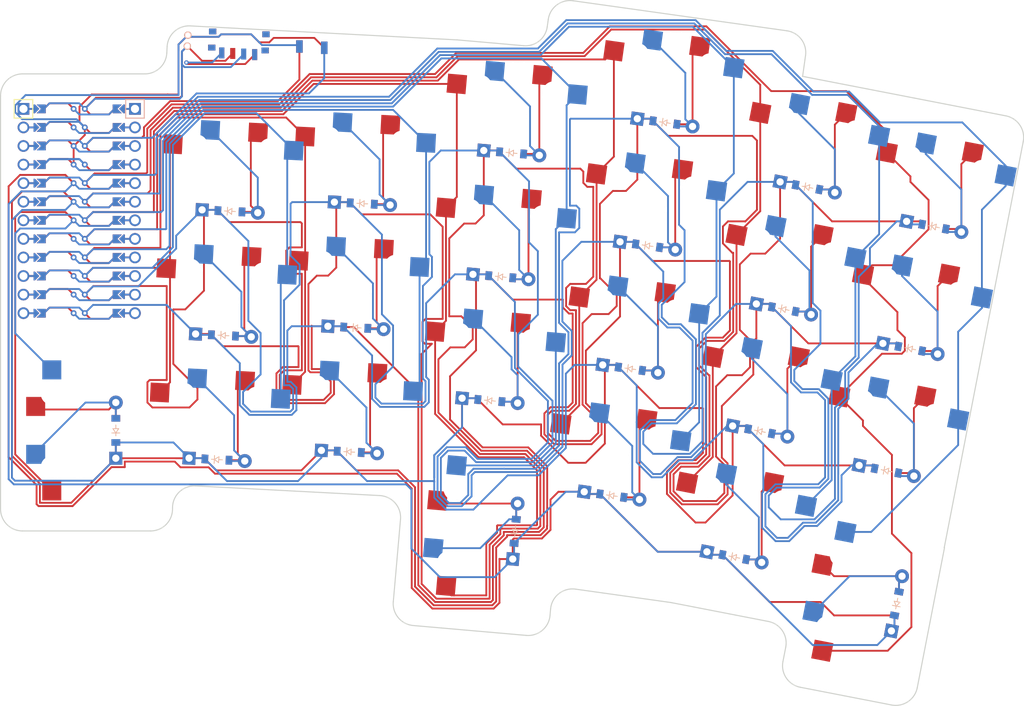
<source format=kicad_pcb>
(kicad_pcb (version 20211014) (generator pcbnew)
  (title_block (title "itemun") (rev "v1.0.0") (company "Unknown"))
  (layers (0 "F.Cu" signal) (31 "B.Cu" signal) (34 "B.Paste" user) (35 "F.Paste" user) (36 "B.SilkS" user "B.Silkscreen") (37 "F.SilkS" user "F.Silkscreen") (38 "B.Mask" user) (39 "F.Mask" user) (44 "Edge.Cuts" user))
  (net 0 "")
  (net 1 "outouter_bottom")
  (net 2 "P4")
  (net 3 "P3")
  (net 4 "outer_bottom")
  (net 5 "P14")
  (net 6 "outer_home")
  (net 7 "P10")
  (net 8 "outer_top")
  (net 9 "P16")
  (net 10 "pinkie_bottom")
  (net 11 "P15")
  (net 12 "pinkie_home")
  (net 13 "pinkie_top")
  (net 14 "ring_bottom")
  (net 15 "P18")
  (net 16 "ring_home")
  (net 17 "ring_top")
  (net 18 "middle_bottom")
  (net 19 "P19")
  (net 20 "middle_home")
  (net 21 "middle_top")
  (net 22 "index_bottom")
  (net 23 "P20")
  (net 24 "index_home")
  (net 25 "index_top")
  (net 26 "inner_bottom")
  (net 27 "P21")
  (net 28 "inner_home")
  (net 29 "inner_top")
  (net 30 "ctrl_first")
  (net 31 "P2")
  (net 32 "alt_first")
  (net 33 "shift_first")
  (net 34 "e_first")
  (net 35 "RAW")
  (net 36 "GND")
  (net 37 "RST")
  (net 38 "VCC")
  (net 39 "P1")
  (net 40 "P0")
  (net 41 "P5")
  (net 42 "P6")
  (net 43 "P7")
  (net 44 "P8")
  (net 45 "P9")
  (net 46 "pos")
  (footprint "lib:bat" (layer "F.Cu") (at 32.741201 -54.866767 177)
    (fp_text reference "")
    (fp_text value "")
  )
  (footprint "PG1350" (layer "F.Cu") (at 108.40179 10.850222 -11)
    (fp_text reference "S22" hide)
    (fp_text value "" hide)
  )
  (footprint "PG1350" (layer "F.Cu") (at 38.78956 -36.525084 -3)
    (fp_text reference "S4" hide)
    (fp_text value "" hide)
  )
  (footprint "ComboDiode" (layer "F.Cu") (at 129.643552 22.11022 79)
    (fp_text reference "D23" hide)
    (fp_text value "" hide)
  )
  (footprint "PG1350" (layer "F.Cu") (at 17.931505 -1.568803 90)
    (fp_text reference "S1" hide)
    (fp_text value "" hide)
  )
  (footprint "PG1350" (layer "F.Cu") (at 55.090141 -3.626891 -3)
    (fp_text reference "S5" hide)
    (fp_text value "" hide)
  )
  (footprint "ComboDiode" (layer "F.Cu") (at 117.446939 -34.824045 -11)
    (fp_text reference "D16" hide)
    (fp_text value "" hide)
  )
  (footprint "PG1350" (layer "F.Cu") (at 91.412004 2.403498 -8)
    (fp_text reference "S21" hide)
    (fp_text value "" hide)
  )
  (footprint "PG1350" (layer "F.Cu") (at 132.444903 -17.646702 -11)
    (fp_text reference "S18" hide)
    (fp_text value "" hide)
  )
  (footprint "ComboDiode" (layer "F.Cu") (at 54.828461 1.366257 -3)
    (fp_text reference "D5" hide)
    (fp_text value "" hide)
  )
  (footprint "PG1350" (layer "F.Cu") (at 124.735417 21.156175 79)
    (fp_text reference "S23" hide)
    (fp_text value "" hide)
  )
  (footprint "Button_Switch_SMD:SW_SPDT_PCM12" (layer "F.Cu") (at 39.731607 -54.500415 177)
    (fp_text reference "")
    (fp_text value "")
  )
  (footprint "Button_Switch_SMD:SW_SPST_B3U-1000P" (layer "F.Cu") (at 49.717903 -53.977056 177)
    (fp_text reference "")
    (fp_text value "")
  )
  (footprint "ComboDiode" (layer "F.Cu") (at 36.748458 2.421468 -3)
    (fp_text reference "D2" hide)
    (fp_text value "" hide)
  )
  (footprint "PG1350" (layer "F.Cu") (at 96.299367 -31.777311 -8)
    (fp_text reference "S12" hide)
    (fp_text value "" hide)
  )
  (footprint "PG1350" (layer "F.Cu") (at 115.157231 -23.044518 -11)
    (fp_text reference "S15" hide)
    (fp_text value "" hide)
  )
  (footprint "ComboDiode" (layer "F.Cu") (at 37.638169 -14.555234 -3)
    (fp_text reference "D3" hide)
    (fp_text value "" hide)
  )
  (footprint "PG1350" (layer "F.Cu") (at 77.446085 -44.492164 -5)
    (fp_text reference "S10" hide)
    (fp_text value "" hide)
  )
  (footprint "ComboDiode" (layer "F.Cu") (at 56.607884 -32.587148 -3)
    (fp_text reference "D7" hide)
    (fp_text value "" hide)
  )
  (footprint "ComboDiode" (layer "F.Cu") (at 75.528659 -22.575881 -5)
    (fp_text reference "D9" hide)
    (fp_text value "" hide)
  )
  (footprint "PG1350" (layer "F.Cu") (at 118.400984 -39.73218 -11)
    (fp_text reference "S16" hide)
    (fp_text value "" hide)
  )
  (footprint "PG1350" (layer "F.Cu") (at 55.979853 -20.603593 -3)
    (fp_text reference "S6" hide)
    (fp_text value "" hide)
  )
  (footprint "PG1350" (layer "F.Cu") (at 56.869564 -37.580295 -3)
    (fp_text reference "S7" hide)
    (fp_text value "" hide)
  )
  (footprint "ComboDiode" (layer "F.Cu") (at 38.52788 -31.531936 -3)
    (fp_text reference "D4" hide)
    (fp_text value "" hide)
  )
  (footprint "PG1350" (layer "F.Cu") (at 72.521786 11.792837 85)
    (fp_text reference "S20" hide)
    (fp_text value "" hide)
  )
  (footprint "ComboDiode" (layer "F.Cu") (at 131.490858 -12.738566 -11)
    (fp_text reference "D18" hide)
    (fp_text value "" hide)
  )
  (footprint "PG1350" (layer "F.Cu") (at 129.20115 -0.95904 -11)
    (fp_text reference "S17" hide)
    (fp_text value "" hide)
  )
  (footprint "PG1350" (layer "F.Cu") (at 37.899849 -19.548381 -3)
    (fp_text reference "S3" hide)
    (fp_text value "" hide)
  )
  (footprint "ComboDiode" (layer "F.Cu") (at 90.716138 7.354838 -8)
    (fp_text reference "D21" hide)
    (fp_text value "" hide)
  )
  (footprint "ComboDiode" (layer "F.Cu") (at 74.047011 -5.640571 -5)
    (fp_text reference "D8" hide)
    (fp_text value "" hide)
  )
  (footprint "ComboDiode" (layer "F.Cu") (at 97.969444 -43.660527 -8)
    (fp_text reference "D13" hide)
    (fp_text value "" hide)
  )
  (footprint "ComboDiode" (layer "F.Cu") (at 107.447745 15.758358 -11)
    (fp_text reference "D22" hide)
    (fp_text value "" hide)
  )
  (footprint "ComboDiode" (layer "F.Cu") (at 93.237558 -9.991413 -8)
    (fp_text reference "D11" hide)
    (fp_text value "" hide)
  )
  (footprint "ComboDiode" (layer "F.Cu") (at 134.734611 -29.426228 -11)
    (fp_text reference "D19" hide)
    (fp_text value "" hide)
  )
  (footprint "ComboDiode" (layer "F.Cu") (at 77.502759 12.228615 85)
    (fp_text reference "D20" hide)
    (fp_text value "" hide)
  )
  (footprint "PG1350" (layer "F.Cu") (at 135.688656 -34.334364 -11)
    (fp_text reference "S19" hide)
    (fp_text value "" hide)
  )
  (footprint "ComboDiode" (layer "F.Cu") (at 95.603501 -26.82597 -8)
    (fp_text reference "D12" hide)
    (fp_text value "" hide)
  )
  (footprint "ComboDiode" (layer "F.Cu") (at 22.931505 -1.568803 90)
    (fp_text reference "D1" hide)
    (fp_text value "" hide)
  )
  (footprint "PG1350" (layer "F.Cu") (at 93.933424 -14.942753 -8)
    (fp_text reference "S11" hide)
    (fp_text value "" hide)
  )
  (footprint "ComboDiode" (layer "F.Cu") (at 114.203186 -18.136382 -11)
    (fp_text reference "D15" hide)
    (fp_text value "" hide)
  )
  (footprint "PG1350" (layer "F.Cu") (at 111.913479 -6.356856 -11)
    (fp_text reference "S14" hide)
    (fp_text value "" hide)
  )
  (footprint "PG1350" (layer "F.Cu") (at 75.964438 -27.556854 -5)
    (fp_text reference "S9" hide)
    (fp_text value "" hide)
  )
  (footprint "ComboDiode" (layer "F.Cu") (at 55.718173 -15.610446 -3)
    (fp_text reference "D6" hide)
    (fp_text value "" hide)
  )
  (footprint "PG1350" (layer "F.Cu") (at 74.48279 -10.621544 -5)
    (fp_text reference "S8" hide)
    (fp_text value "" hide)
  )
  (footprint "ProMicro" (layer "F.Cu") (at 17.931505 -31.568803 -90)
    (fp_text reference "MCU1" hide)
    (fp_text value "")
  )
  (footprint "PG1350" (layer "F.Cu") (at 98.665309 -48.611868 -8)
    (fp_text reference "S13" hide)
    (fp_text value "" hide)
  )
  (footprint "ComboDiode" (layer "F.Cu") (at 110.959434 -1.44872 -11)
    (fp_text reference "D14" hide)
    (fp_text value "" hide)
  )
  (footprint "PG1350" (layer "F.Cu") (at 37.010138 -2.571679 -3)
    (fp_text reference "S2" hide)
    (fp_text value "" hide)
  )
  (footprint "ComboDiode" (layer "F.Cu") (at 77.010307 -39.511191 -5)
    (fp_text reference "D10" hide)
    (fp_text value "" hide)
  )
  (footprint "ComboDiode" (layer "F.Cu") (at 128.247105 3.949096 -11)
    (fp_text reference "D17" hide)
    (fp_text value "" hide)
  )
  (footprint "VIA-0.6mm" (layer "F.Cu") (at 32.584193 -51.870878 -3)
    (fp_text reference "REF**" hide)
    (fp_text value "VIA-0.6mm" hide)
  )
  (gr_line (start 85.415793 -60.319784) (end 114.628701 -56.214178) (layer "Edge.Cuts") (width 0.15))
  (gr_line (start 136.136752 14.458599) (end 136.172186 14.465486) (layer "Edge.Cuts") (width 0.15))
  (gr_arc (start 112.104145 24.558525) (mid 114.018831 25.825828) (end 114.4766 28.075834) (layer "Edge.Cuts") (width 0.15))
  (gr_arc (start 81.883908 -56.745001) (mid 80.780648 -54.814695) (end 78.651636 -54.173935) (layer "Edge.Cuts") (width 0.15))
  (gr_arc (start 10.181505 12.181197) (mid 8.060185 11.302517) (end 7.181505 9.181197) (layer "Edge.Cuts") (width 0.15))
  (gr_line (start 30.681505 9.019999) (end 30.681505 9.181197) (layer "Edge.Cuts") (width 0.15))
  (gr_line (start 33.0971 -56.880901) (end 49.075173 -56.043526) (layer "Edge.Cuts") (width 0.15))
  (gr_line (start 114.094982 30.039088) (end 114.4766 28.075834) (layer "Edge.Cuts") (width 0.15))
  (gr_arc (start 29.944203 -54.04202) (mid 30.9327 -56.114447) (end 33.0971 -56.880901) (layer "Edge.Cuts") (width 0.15))
  (gr_arc (start 98.716408 21.960401) (mid 98.794032 21.972348) (end 98.871316 21.986324) (layer "Edge.Cuts") (width 0.15))
  (gr_line (start 132.45141 33.607216) (end 136.172186 14.465486) (layer "Edge.Cuts") (width 0.15))
  (gr_line (start 85.751779 20.138341) (end 98.716408 21.960401) (layer "Edge.Cuts") (width 0.15))
  (gr_line (start 69.59701 -54.968022) (end 69.59691 -54.966121) (layer "Edge.Cuts") (width 0.15))
  (gr_arc (start 116.467437 33.556397) (mid 114.552751 32.289094) (end 114.094982 30.039088) (layer "Edge.Cuts") (width 0.15))
  (gr_line (start 7.181505 9.181197) (end 7.181505 -47.318803) (layer "Edge.Cuts") (width 0.15))
  (gr_line (start 49.075173 -56.043525) (end 69.59701 -54.968022) (layer "Edge.Cuts") (width 0.15))
  (gr_line (start 117.181986 -52.825855) (end 116.78194 -49.979379) (layer "Edge.Cuts") (width 0.15))
  (gr_arc (start 132.451411 33.607216) (mid 131.184108 35.521902) (end 128.934102 35.979671) (layer "Edge.Cuts") (width 0.15))
  (gr_line (start 81.883907 -56.745) (end 82.027469 -57.7665) (layer "Edge.Cuts") (width 0.15))
  (gr_arc (start 82.267808 23.737712) (mid 81.207587 25.774378) (end 79.017757 26.464829) (layer "Edge.Cuts") (width 0.15))
  (gr_line (start 63.576739 25.113915) (end 79.017757 26.464829) (layer "Edge.Cuts") (width 0.15))
  (gr_arc (start 30.681505 9.181197) (mid 29.802825 11.302517) (end 27.681505 12.181197) (layer "Edge.Cuts") (width 0.15))
  (gr_arc (start 30.681506 9.019999) (mid 31.616442 6.843877) (end 33.838513 6.024111) (layer "Edge.Cuts") (width 0.15))
  (gr_line (start 60.849622 21.863864) (end 61.835055 10.600307) (layer "Edge.Cuts") (width 0.15))
  (gr_line (start 116.467437 33.556397) (end 128.934102 35.979671) (layer "Edge.Cuts") (width 0.15))
  (gr_arc (start 7.181505 -47.318803) (mid 8.060185 -49.440123) (end 10.181505 -50.318803) (layer "Edge.Cuts") (width 0.15))
  (gr_arc (start 82.345675 22.847679) (mid 83.466715 20.761321) (end 85.751779 20.138341) (layer "Edge.Cuts") (width 0.15))
  (gr_line (start 116.78194 -49.979379) (end 144.556645 -44.580523) (layer "Edge.Cuts") (width 0.15))
  (gr_line (start 98.871316 21.986324) (end 112.104145 24.558525) (layer "Edge.Cuts") (width 0.15))
  (gr_line (start 10.181505 -50.318803) (end 26.902184 -50.318803) (layer "Edge.Cuts") (width 0.15))
  (gr_arc (start 59.003479 7.342952) (mid 61.110599 8.370663) (end 61.835055 10.600307) (layer "Edge.Cuts") (width 0.15))
  (gr_line (start 29.898073 -53.161795) (end 29.944203 -54.04202) (layer "Edge.Cuts") (width 0.15))
  (gr_arc (start 63.576739 25.113915) (mid 61.540073 24.053694) (end 60.849622 21.863864) (layer "Edge.Cuts") (width 0.15))
  (gr_arc (start 29.898073 -53.161795) (mid 28.967248 -51.14268) (end 26.902184 -50.318803) (layer "Edge.Cuts") (width 0.15))
  (gr_arc (start 114.628701 -56.214178) (mid 116.607088 -55.048819) (end 117.181986 -52.825855) (layer "Edge.Cuts") (width 0.15))
  (gr_line (start 10.181505 12.181197) (end 27.681505 12.181197) (layer "Edge.Cuts") (width 0.15))
  (gr_line (start 82.345676 22.847678) (end 82.267808 23.737712) (layer "Edge.Cuts") (width 0.15))
  (gr_line (start 69.59691 -54.966121) (end 78.651636 -54.173935) (layer "Edge.Cuts") (width 0.15))
  (gr_line (start 136.136752 14.458599) (end 146.929099 -41.063214) (layer "Edge.Cuts") (width 0.15))
  (gr_arc (start 82.02747 -57.766499) (mid 83.192829 -59.744886) (end 85.415793 -60.319784) (layer "Edge.Cuts") (width 0.15))
  (gr_arc (start 144.556645 -44.580522) (mid 146.47133 -43.313219) (end 146.929099 -41.063214) (layer "Edge.Cuts") (width 0.15))
  (gr_line (start 33.838513 6.024111) (end 59.003479 7.342951) (layer "Edge.Cuts") (width 0.15))
  (segment (start 22.931505 -5.378803) (end 21.979005 -4.426303) (width 0.25) (layer "F.Cu") (net 1))
  (segment (start 21.979005 -4.426303) (end 12.399005 -4.426303) (width 0.25) (layer "F.Cu") (net 1))
  (segment (start 12.399005 -4.426303) (end 11.981505 -4.843803) (width 0.25) (layer "F.Cu") (net 1))
  (segment (start 22.931505 -3.218803) (end 22.931505 -5.378803) (width 0.25) (layer "F.Cu") (net 1))
  (segment (start 22.931505 -5.378803) (end 22.931505 -3.218803) (width 0.25) (layer "B.Cu") (net 1))
  (segment (start 11.981505 1.426196) (end 18.786504 -5.378803) (width 0.25) (layer "B.Cu") (net 1))
  (segment (start 18.786504 -5.378803) (end 22.931505 -5.378803) (width 0.25) (layer "B.Cu") (net 1))
  (segment (start 11.981505 1.706197) (end 11.981505 1.426196) (width 0.25) (layer "B.Cu") (net 1))
  (segment (start 14.181505 6.706197) (end 9.186505 1.711197) (width 0.25) (layer "F.Cu") (net 2))
  (segment (start 9.845514 -31.423803) (end 16.044505 -31.423803) (width 0.25) (layer "F.Cu") (net 2))
  (segment (start 9.186505 -30.764794) (end 9.845514 -31.423803) (width 0.25) (layer "F.Cu") (net 2))
  (segment (start 9.186505 1.711197) (end 9.186505 -30.764794) (width 0.25) (layer "F.Cu") (net 2))
  (segment (start 16.044505 -31.423803) (end 17.169505 -30.298803) (width 0.25) (layer "F.Cu") (net 2))
  (segment (start 9.845514 -29.173803) (end 16.044505 -29.173803) (width 0.25) (layer "B.Cu") (net 2))
  (segment (start 14.181505 -9.843803) (end 9.186505 -14.838803) (width 0.25) (layer "B.Cu") (net 2))
  (segment (start 16.044505 -29.173803) (end 17.169505 -30.298803) (width 0.25) (layer "B.Cu") (net 2))
  (segment (start 9.186505 -14.838803) (end 9.186505 -28.514794) (width 0.25) (layer "B.Cu") (net 2))
  (segment (start 9.186505 -28.514794) (end 9.845514 -29.173803) (width 0.25) (layer "B.Cu") (net 2))
  (segment (start 10.120911 -34.2392) (end 15.769108 -34.2392) (width 0.25) (layer "F.Cu") (net 3))
  (segment (start 97.201865 -4.6228) (end 103.0986 -4.6228) (width 0.25) (layer "F.Cu") (net 3))
  (segment (start 8.736505 1.897593) (end 8.736505 -32.854794) (width 0.25) (layer "F.Cu") (net 3))
  (segment (start 103.156048 1.519299) (end 102.182077 2.49327) (width 0.25) (layer "F.Cu") (net 3))
  (segment (start 73.050788 0.7582) (end 70.251509 -2.041079) (width 0.25) (layer "F.Cu") (net 3))
  (segment (start 103.0986 -4.6228) (end 103.156048 -4.565352) (width 0.25) (layer "F.Cu") (net 3))
  (segment (start 36.663973 3.898368) (end 48.292171 3.898368) (width 0.25) (layer "F.Cu") (net 3))
  (segment (start 32.943679 2.222068) (end 34.987673 2.222068) (width 0.25) (layer "F.Cu") (net 3))
  (segment (start 126.215273 3.222114) (end 126.62742 3.634261) (width 0.25) (layer "F.Cu") (net 3))
  (segment (start 70.251509 -2.041079) (end 70.251509 -5.972634) (width 0.25) (layer "F.Cu") (net 3))
  (segment (start 107.219434 7.317865) (end 107.219434 -2.175702) (width 0.25) (layer "F.Cu") (net 3))
  (segment (start 81.857 11.500396) (end 81.857 11.873188) (width 0.25) (layer "F.Cu") (net 3))
  (segment (start 16.841505 8.331197) (end 12.556505 8.331197) (width 0.25) (layer "F.Cu") (net 3))
  (segment (start 70.251509 -5.972634) (end 72.215034 -5.972634) (width 0.25) (layer "F.Cu") (net 3))
  (segment (start 87.128253 2.863947) (end 84.757937 2.863947) (width 0.25) (layer "F.Cu") (net 3))
  (segment (start 99.806623 2.49327) (end 98.245192 4.054701) (width 0.25) (layer "F.Cu") (net 3))
  (segment (start 79.296396 0.7582) (end 73.050788 0.7582) (width 0.25) (layer "F.Cu") (net 3))
  (segment (start 81.857 11.873188) (end 80.969713 12.760475) (width 0.25) (layer "F.Cu") (net 3))
  (segment (start 81.046161 -0.847829) (end 81.046161 -2.3876) (width 0.25) (layer "F.Cu") (net 3))
  (segment (start 35.100719 2.335114) (end 36.663973 3.898368) (width 0.25) (layer "F.Cu") (net 3))
  (segment (start 12.556505 8.331197) (end 12.556505 5.717593) (width 0.25) (layer "F.Cu") (net 3))
  (segment (start 22.931505 0.081197) (end 22.931505 2.241197) (width 0.25) (layer "F.Cu") (net 3))
  (segment (start 76.4032 12.954893) (end 74.91033 14.447763) (width 0.25) (layer "F.Cu") (net 3))
  (segment (start 91.603616 -10.221049) (end 97.201865 -4.6228) (width 0.25) (layer "F.Cu") (net 3))
  (segment (start 89.464637 -10.521663) (end 89.757564 -10.228736) (width 0.25) (layer "F.Cu") (net 3))
  (segment (start 81.046161 -2.3876) (end 75.800068 -2.3876) (width 0.25) (layer "F.Cu") (net 3))
  (segment (start 15.769108 -34.2392) (end 17.169505 -32.838803) (width 0.25) (layer "F.Cu") (net 3))
  (segment (start 48.292171 3.898368) (end 51.023682 1.166857) (width 0.25) (layer "F.Cu") (net 3))
  (segment (start 74.381192 22.3448) (end 66.37761 22.3448) (width 0.25) (layer "F.Cu") (net 3))
  (segment (start 63.819427 6.1976) (end 61.520195 3.898368) (width 0.25) (layer "F.Cu") (net 3))
  (segment (start 114.325418 3.222114) (end 124.507105 3.222114) (width 0.25) (layer "F.Cu") (net 3))
  (segment (start 53.067676 1.166857) (end 53.180722 1.279903) (width 0.25) (layer "F.Cu") (net 3))
  (segment (start 103.156048 -4.565352) (end 103.156048 1.519299) (width 0.25) (layer "F.Cu") (net 3))
  (segment (start 89.757564 -10.228736) (end 89.757564 0.234636) (width 0.25) (layer "F.Cu") (net 3))
  (segment (start 107.219434 -2.175702) (end 108.927602 -2.175702) (width 0.25) (layer "F.Cu") (net 3))
  (segment (start 84.757937 2.863947) (end 81.046161 -0.847829) (width 0.25) (layer "F.Cu") (net 3))
  (segment (start 75.800068 -2.3876) (end 72.40329 -5.784378) (width 0.25) (layer "F.Cu") (net 3))
  (segment (start 34.987673 2.222068) (end 35.100719 2.335114) (width 0.25) (layer "F.Cu") (net 3))
  (segment (start 102.146215 11.026674) (end 103.510625 11.026674) (width 0.25) (layer "F.Cu") (net 3))
  (segment (start 81.8824 3.4544) (end 81.8824 11.474996) (width 0.25) (layer "F.Cu") (net 3))
  (segment (start 12.556505 5.717593) (end 8.736505 1.897593) (width 0.25) (layer "F.Cu") (net 3))
  (segment (start 80.969713 12.760475) (end 76.4032 12.760475) (width 0.25) (layer "F.Cu") (net 3))
  (segment (start 32.92455 2.241197) (end 32.943679 2.222068) (width 0.25) (layer "F.Cu") (net 3))
  (segment (start 63.819427 19.786617) (end 63.819427 6.1976) (width 0.25) (layer "F.Cu") (net 3))
  (segment (start 103.510625 11.026674) (end 107.219434 7.317865) (width 0.25) (layer "F.Cu") (net 3))
  (segment (start 124.507105 3.222114) (end 126.215273 3.222114) (width 0.25) (layer "F.Cu") (net 3))
  (segment (start 66.37761 22.3448) (end 63.819427 19.786617) (width 0.25) (layer "F.Cu") (net 3))
  (segment (start 51.023682 1.166857) (end 53.067676 1.166857) (width 0.25) (layer "F.Cu") (net 3))
  (segment (start 74.91033 21.815662) (end 74.381192 22.3448) (width 0.25) (layer "F.Cu") (net 3))
  (segment (start 22.931505 2.241197) (end 32.92455 2.241197) (width 0.25) (layer "F.Cu") (net 3))
  (segment (start 22.931505 2.241197) (end 16.841505 8.331197) (width 0.25) (layer "F.Cu") (net 3))
  (segment (start 102.182077 2.49327) (end 99.806623 2.49327) (width 0.25) (layer "F.Cu") (net 3))
  (segment (start 55.799187 3.898368) (end 53.180722 1.279903) (width 0.25) (layer "F.Cu") (net 3))
  (segment (start 109.339749 -1.763555) (end 114.325418 3.222114) (width 0.25) (layer "F.Cu") (net 3))
  (segment (start 8.736505 -32.854794) (end 10.120911 -34.2392) (width 0.25) (layer "F.Cu") (net 3))
  (segment (start 76.4032 12.760475) (end 76.4032 12.954893) (width 0.25) (layer "F.Cu") (net 3))
  (segment (start 74.91033 14.447763) (end 74.91033 21.815662) (width 0.25) (layer "F.Cu") (net 3))
  (segment (start 98.245192 4.054701) (end 98.245192 7.125651) (width 0.25) (layer "F.Cu") (net 3))
  (segment (start 81.8426 3.304404) (end 79.296396 0.7582) (width 0.25) (layer "F.Cu") (net 3))
  (segment (start 98.245192 7.125651) (end 102.146215 11.026674) (width 0.25) (layer "F.Cu") (net 3))
  (segment (start 72.215034 -5.972634) (end 72.40329 -5.784378) (width 0.25) (layer "F.Cu") (net 3))
  (segment (start 89.757564 0.234636) (end 87.128253 2.863947) (width 0.25) (layer "F.Cu") (net 3))
  (segment (start 61.520195 3.898368) (end 55.799187 3.898368) (width 0.25) (layer "F.Cu") (net 3))
  (segment (start 89.464637 -10.521663) (end 91.303002 -10.521663) (width 0.25) (layer "F.Cu") (net 3))
  (segment (start 91.303002 -10.521663) (end 91.603616 -10.221049) (width 0.25) (layer "F.Cu") (net 3))
  (segment (start 108.927602 -2.175702) (end 109.339749 -1.763555) (width 0.25) (layer "F.Cu") (net 3))
  (segment (start 81.8824 11.474996) (end 81.857 11.500396) (width 0.25) (layer "F.Cu") (net 3))
  (segment (start 108.927602 -2.175702) (end 109.339749 -1.763555) (width 0.25) (layer "B.Cu") (net 3))
  (segment (start 111.412105 0.308801) (end 111.412105 6.812076) (width 0.25) (layer "B.Cu") (net 3))
  (segment (start 99.881396 2.534924) (end 97.571469 4.844851) (width 0.25) (layer "B.Cu") (net 3))
  (segment (start 66.44247 4.856198) (end 66.446834 4.851834) (width 0.25) (layer "B.Cu") (net 3))
  (segment (start 9.141598 5.306198) (end 8.736505 4.901105) (width 0.25) (layer "B.Cu") (net 3))
  (segment (start 94.115085 -7.709579) (end 91.603616 -10.221049) (width 0.25) (layer "B.Cu") (net 3))
  (segment (start 22.931505 0.081197) (end 30.802808 0.081197) (width 0.25) (layer "B.Cu") (net 3))
  (segment (start 47.825336 5.362264) (end 51.023682 2.163918) (width 0.25) (layer "B.Cu") (net 3))
  (segment (start 91.303002 -10.521663) (end 91.603616 -10.221049) (width 0.25) (layer "B.Cu") (net 3))
  (segment (start 72.215034 -5.972634) (end 72.40329 -5.784378) (width 0.25) (layer "B.Cu") (net 3))
  (segment (start 80.694792 4.5758) (end 84.421867 0.848725) (width 0.25) (layer "B.Cu") (net 3))
  (segment (start 109.339749 -1.763555) (end 111.412105 0.308801) (width 0.25) (layer "B.Cu") (net 3))
  (segment (start 111.412105 6.812076) (end 111.250459 6.973722) (width 0.25) (layer "B.Cu") (net 3))
  (segment (start 38.127869 5.362264) (end 47.825336 5.362264) (width 0.25) (layer "B.Cu") (net 3))
  (segment (start 66.446834 1.816938) (end 70.251509 -1.987737) (width 0.25) (layer "B.Cu") (net 3))
  (segment (start 66.446834 5.486834) (end 66.446834 7.634472) (width 0.25) (layer "B.Cu") (net 3))
  (segment (start 19.866504 5.306198) (end 9.141598 5.306198) (width 0.25) (layer "B.Cu") (net 3))
  (segment (start 85.62173 -10.521663) (end 89.464637 -10.521663) (width 0.25) (layer "B.Cu") (net 3))
  (segment (start 111.250459 11.734655) (end 113.091376 13.575572) (width 0.25) (layer "B.Cu") (net 3))
  (segment (start 70.251509 -5.972634) (end 72.215034 -5.972634) (width 0.25) (layer "B.Cu") (net 3))
  (segment (start 107.219434 -2.175702) (end 108.927602 -2.175702) (width 0.25) (layer "B.Cu") (net 3))
  (segment (start 124.507105 3.222114) (end 126.215273 3.222114) (width 0.25) (layer "B.Cu") (net 3))
  (segment (start 66.446834 5.436034) (end 66.446834 1.816938) (width 0.25) (layer "B.Cu") (net 3))
  (segment (start 113.091376 13.575572) (end 114.948055 13.575572) (width 0.25) (layer "B.Cu") (net 3))
  (segment (start 51.023682 1.166857) (end 53.067676 1.166857) (width 0.25) (layer "B.Cu") (net 3))
  (segment (start 22.931505 2.241197) (end 22.931505 0.081197) (width 0.25) (layer "B.Cu") (net 3))
  (segment (start 34.987673 2.222068) (end 35.100719 2.335114) (width 0.25) (layer "B.Cu") (net 3))
  (segment (start 94.110242 -2.707103) (end 94.115085 -2.711946) (width 0.25) (layer "B.Cu") (net 3))
  (segment (start 118.775764 11.497231) (end 122.101978 8.171016) (width 0.25) (layer "B.Cu") (net 3))
  (segment (start 76.4794 4.5758) (end 80.694792 4.5758) (width 0.25) (layer "B.Cu") (net 3))
  (segment (start 123.451864 3.222114) (end 124.507105 3.222114) (width 0.25) (layer "B.Cu") (net 3))
  (segment (start 16.044505 -31.713803) (end 17.169505 -32.838803) (width 0.25) (layer "B.Cu") (net 3))
  (segment (start 94.110242 2.790796) (end 94.110242 -2.707103) (width 0.25) (layer "B.Cu") (net 3))
  (segment (start 97.571469 4.844851) (end 96.164297 4.844851) (width 0.25) (layer "B.Cu") (net 3))
  (segment (start 35.100719 2.335114) (end 38.127869 5.362264) (width 0.25) (layer "B.Cu") (net 3))
  (segment (start 32.943679 2.222068) (end 34.987673 2.222068) (width 0.25) (layer "B.Cu") (net 3))
  (segment (start 89.464637 -10.521663) (end 91.303002 -10.521663) (width 0.25) (layer "B.Cu") (net 3))
  (segment (start 30.802808 0.081197) (end 32.943679 2.222068) (width 0.25) (layer "B.Cu") (net 3))
  (segment (start 53.180722 1.279903) (end 57.263083 5.362264) (width 0.25) (layer "B.Cu") (net 3))
  (segment (start 96.164297 4.844851) (end 94.110242 2.790796) (width 0.25) (layer "B.Cu") (net 3))
  (segment (start 22.931505 2.241197) (end 19.866504 5.306198) (width 0.25) (layer "B.Cu") (net 3))
  (segment (start 8.736505 4.901105) (end 8.736505 -30.314795) (width 0.25) (layer "B.Cu") (net 3))
  (segment (start 117.026396 11.497231) (end 118.775764 11.497231) (width 0.25) (layer "B.Cu") (net 3))
  (segment (start 66.373064 5.362264) (end 66.446834 5.436034) (width 0.25) (layer "B.Cu") (net 3))
  (segment (start 122.101978 8.171016) (end 122.101978 4.572) (width 0.25) (layer "B.Cu") (net 3))
  (segment (start 8.736505 -30.314795) (end 10.135514 -31.713803) (width 0.25) (layer "B.Cu") (net 3))
  (segment (start 71.79517 9.26003) (end 76.4794 4.5758) (width 0.25) (layer "B.Cu") (net 3))
  (segment (start 122.101978 4.572) (end 123.451864 3.222114) (width 0.25) (layer "B.Cu") (net 3))
  (segment (start 126.215273 3.222114) (end 126.62742 3.634261) (width 0.25) (layer "B.Cu") (net 3))
  (segment (start 66.446834 1.816938) (end 66.446834 4.851834) (width 0.25) (layer "B.Cu") (net 3))
  (segment (start 51.023682 2.163918) (end 51.023682 1.166857) (width 0.25) (layer "B.Cu") (net 3))
  (segment (start 107.219434 -2.175702) (end 106.452833 -2.175702) (width 0.25) (layer "B.Cu") (net 3))
  (segment (start 114.948055 13.575572) (end 117.026396 11.497231) (width 0.25) (layer "B.Cu") (net 3))
  (segment (start 94.115085 -2.711946) (end 94.115085 -7.709579) (width 0.25) (layer "B.Cu") (net 3))
  (segment (start 53.067676 1.166857) (end 53.180722 1.279903) (width 0.25) (layer "B.Cu") (net 3))
  (segment (start 106.452833 -2.175702) (end 101.742207 2.534924) (width 0.25) (layer "B.Cu") (net 3))
  (segment (start 111.250459 6.973722) (end 111.250459 11.734655) (width 0.25) (layer "B.Cu") (net 3))
  (segment (start 10.135514 -31.713803) (end 16.044505 -31.713803) (width 0.25) (layer "B.Cu") (net 3))
  (segment (start 70.251509 -1.987737) (end 70.251509 -5.972634) (width 0.25) (layer "B.Cu") (net 3))
  (segment (start 101.742207 2.534924) (end 99.881396 2.534924) (width 0.25) (layer "B.Cu") (net 3))
  (segment (start 66.446834 7.634472) (end 68.072392 9.26003) (width 0.25) (layer "B.Cu") (net 3))
  (segment (start 57.263083 5.362264) (end 66.373064 5.362264) (width 0.25) (layer "B.Cu") (net 3))
  (segment (start 66.446834 5.436034) (end 66.446834 5.486834) (width 0.25) (layer "B.Cu") (net 3))
  (segment (start 84.421867 0.848725) (end 84.421867 -9.3218) (width 0.25) (layer "B.Cu") (net 3))
  (segment (start 68.072392 9.26003) (end 71.79517 9.26003) (width 0.25) (layer "B.Cu") (net 3))
  (segment (start 84.421867 -9.3218) (end 85.62173 -10.521663) (width 0.25) (layer "B.Cu") (net 3))
  (segment (start 40.440191 2.507822) (end 40.553237 2.620868) (width 0.25) (layer "F.Cu") (net 4))
  (segment (start 39.600737 1.668368) (end 39.600737 -7.350812) (width 0.25) (layer "F.Cu") (net 4))
  (segment (start 39.600737 -7.350812) (end 40.592049 -8.342124) (width 0.25) (layer "F.Cu") (net 4))
  (segment (start 40.553237 2.620868) (end 39.600737 1.668368) (width 0.25) (layer "F.Cu") (net 4))
  (segment (start 38.396197 2.507822) (end 40.440191 2.507822) (width 0.25) (layer "F.Cu") (net 4))
  (segment (start 39.099639 1.16727) (end 40.553237 2.620868) (width 0.25) (layer "B.Cu") (net 4))
  (segment (start 38.509243 2.620868) (end 38.396197 2.507822) (width 0.25) (layer "B.Cu") (net 4))
  (segment (start 40.553237 2.620868) (end 38.509243 2.620868) (width 0.25) (layer "B.Cu") (net 4))
  (segment (start 34.051025 -8.684925) (end 39.099639 -3.636311) (width 0.25) (layer "B.Cu") (net 4))
  (segment (start 39.099639 -3.636311) (end 39.099639 1.16727) (width 0.25) (layer "B.Cu") (net 4))
  (segment (start 30.72216 -40.703025) (end 30.338249 -40.319114) (width 0.25) (layer "F.Cu") (net 5))
  (segment (start 19.818505 -23.803803) (end 18.693505 -22.678803) (width 0.25) (layer "F.Cu") (net 5))
  (segment (start 30.338249 -40.319114) (end 30.338249 -8.145131) (width 0.25) (layer "F.Cu") (net 5))
  (segment (start 29.754968 -23.803803) (end 19.818505 -23.803803) (width 0.25) (layer "F.Cu") (net 5))
  (segment (start 29.832449 -23.726322) (end 29.754968 -23.803803) (width 0.25) (layer "F.Cu") (net 5))
  (segment (start 30.338249 -8.145131) (end 28.942738 -6.74962) (width 0.25) (layer "F.Cu") (net 5))
  (segment (start 46.359768 -22.860162) (end 46.359768 -38.947154) (width 0.25) (layer "B.Cu") (net 5))
  (segment (start 45.470057 -21.970451) (end 46.359768 -22.860162) (width 0.25) (layer "B.Cu") (net 5))
  (segment (start 45.470057 -5.88346) (end 45.470057 -21.970451) (width 0.25) (layer "B.Cu") (net 5))
  (segment (start 30.731486 -40.595427) (end 30.731486 -26.614189) (width 0.25) (layer "B.Cu") (net 5))
  (segment (start 46.359768 -38.947154) (end 47.249479 -39.836865) (width 0.25) (layer "B.Cu") (net 5))
  (segment (start 42.139202 -44.947142) (end 35.083201 -44.947142) (width 0.25) (layer "B.Cu") (net 5))
  (segment (start 47.249479 -39.836865) (end 42.139202 -44.947142) (width 0.25) (layer "B.Cu") (net 5))
  (segment (start 19.818505 -23.803803) (end 18.693505 -22.678803) (width 0.25) (layer "B.Cu") (net 5))
  (segment (start 35.083201 -44.947142) (end 30.731486 -40.595427) (width 0.25) (layer "B.Cu") (net 5))
  (segment (start 27.9211 -23.803803) (end 19.818505 -23.803803) (width 0.25) (layer "B.Cu") (net 5))
  (segment (start 30.731486 -26.614189) (end 27.9211 -23.803803) (width 0.25) (layer "B.Cu") (net 5))
  (segment (start 41.442948 -14.355834) (end 40.490448 -15.308334) (width 0.25) (layer "F.Cu") (net 6))
  (segment (start 39.285908 -14.46888) (end 41.329902 -14.46888) (width 0.25) (layer "F.Cu") (net 6))
  (segment (start 40.490448 -15.308334) (end 40.490448 -24.327514) (width 0.25) (layer "F.Cu") (net 6))
  (segment (start 41.329902 -14.46888) (end 41.442948 -14.355834) (width 0.25) (layer "F.Cu") (net 6))
  (segment (start 40.490448 -24.327514) (end 41.48176 -25.318826) (width 0.25) (layer "F.Cu") (net 6))
  (segment (start 40.09591 -20.506453) (end 34.940736 -25.661627) (width 0.25) (layer "B.Cu") (net 6))
  (segment (start 41.329902 -14.46888) (end 41.442948 -14.355834) (width 0.25) (layer "B.Cu") (net 6))
  (segment (start 39.285908 -14.46888) (end 41.329902 -14.46888) (width 0.25) (layer "B.Cu") (net 6))
  (segment (start 41.442948 -14.355834) (end 40.09591 -15.702872) (width 0.25) (layer "B.Cu") (net 6))
  (segment (start 40.09591 -15.702872) (end 40.09591 -20.506453) (width 0.25) (layer "B.Cu") (net 6))
  (segment (start 117.56917 -13.465548) (end 127.750858 -13.465548) (width 0.25) (layer "F.Cu") (net 7))
  (segment (start 51.519796 -5.2904) (end 52.7486 -6.519204) (width 0.25) (layer "F.Cu") (net 7))
  (segment (start 72.864392 1.2082) (end 68.6054 -3.050792) (width 0.25) (layer "F.Cu") (net 7))
  (segment (start 81.407 3.6322) (end 81.4324 3.6068) (width 0.25) (layer "F.Cu") (net 7))
  (segment (start 79.11 1.2082) (end 72.864392 1.2082) (width 0.25) (layer "F.Cu") (net 7))
  (segment (start 106.8498 -15.233446) (end 105.871279 -14.254925) (width 0.25) (layer "F.Cu") (net 7))
  (segment (start 84.844259 -17.5514) (end 85.344 -17.5514) (width 0.25) (layer "F.Cu") (net 7))
  (segment (start 84.017581 -18.378078) (end 84.844259 -17.5514) (width 0.25) (layer "F.Cu") (net 7))
  (segment (start 49.702164 -15.875) (end 49.767318 -15.809846) (width 0.25) (layer "F.Cu") (net 7))
  (segment (start 64.269427 -6.856019) (end 64.269427 19.600221) (width 0.25) (layer "F.Cu") (net 7))
  (segment (start 37.553684 -13.078334) (end 47.856266 -13.078334) (width 0.25) (layer "F.Cu") (net 7))
  (segment (start 89.307564 -3.145087) (end 87.160855 -5.291796) (width 0.25) (layer "F.Cu") (net 7))
  (segment (start 106.534189 2.948345) (end 105.742522 2.156678) (width 0.25) (layer "F.Cu") (net 7))
  (segment (start 35.99043 -14.641588) (end 37.553684 -13.078334) (width 0.25) (layer "F.Cu") (net 7))
  (segment (start 73.696682 -22.907944) (end 73.884938 -22.719688) (width 0.25) (layer "F.Cu") (net 7))
  (segment (start 102.206881 -10.255171) (end 103.606048 -8.856004) (width 0.25) (layer "F.Cu") (net 7))
  (segment (start 85.344 -17.5514) (end 85.360855 -17.534545) (width 0.25) (layer "F.Cu") (net 7))
  (segment (start 105.742522 -4.900612) (end 110.045878 -9.203968) (width 0.25) (layer "F.Cu") (net 7))
  (segment (start 81.496161 -1.034225) (end 82.849514 0.319128) (width 0.25) (layer "F.Cu") (net 7))
  (segment (start 110.463186 -18.863364) (end 112.171354 -18.863364) (width 0.25) (layer "F.Cu") (net 7))
  (segment (start 53.957388 -15.809846) (end 54.070434 -15.6968) (width 0.25) (layer "F.Cu") (net 7))
  (segment (start 112.171354 -18.863364) (end 112.583501 -18.451217) (width 0.25) (layer "F.Cu") (net 7))
  (segment (start 74.46033 14.261367) (end 75.946 12.775697) (width 0.25) (layer "F.Cu") (net 7))
  (segment (start 72.153652 -12.517148) (end 72.153652 -22.487449) (width 0.25) (layer "F.Cu") (net 7))
  (segment (start 68.6054 -3.050792) (end 68.6054 -8.968896) (width 0.25) (layer "F.Cu") (net 7))
  (segment (start 77.148226 -19.4564) (end 84.017581 -19.4564) (width 0.25) (layer "F.Cu") (net 7))
  (segment (start 93.969559 -27.055606) (end 96.285565 -24.7396) (width 0.25) (layer "F.Cu") (net 7))
  (segment (start 85.360855 -17.534545) (end 85.360855 -5.377651) (width 0.25) (layer "F.Cu") (net 7))
  (segment (start 89.307564 -1.042826) (end 89.307564 -3.145087) (width 0.25) (layer "F.Cu") (net 7))
  (segment (start 98.695192 4.241097) (end 98.695192 6.939255) (width 0.25) (layer "F.Cu") (net 7))
  (segment (start 72.153652 -22.487449) (end 71.733157 -22.907944) (width 0.25) (layer "F.Cu") (net 7))
  (segment (start 51.256299 -9.958433) (end 49.702998 -9.958433) (width 0.25) (layer "F.Cu") (net 7))
  (segment (start 103.606048 -8.856004) (end 103.606048 1.705695) (width 0.25) (layer "F.Cu") (net 7))
  (segment (start 99.993019 2.94327) (end 98.695192 4.241097) (width 0.25) (layer "F.Cu") (net 7))
  (segment (start 105.742522 2.156678) (end 105.742522 -4.900612) (width 0.25) (layer "F.Cu") (net 7))
  (segment (start 103.495825 -14.254925) (end 102.206881 -12.965981) (width 0.25) (layer "F.Cu") (net 7))
  (segment (start 96.285565 -24.7396) (end 106.7816 -24.7396) (width 0.25) (layer "F.Cu") (net 7))
  (segment (start 75.946 12.310475) (end 80.783317 12.310475) (width 0.25) (layer "F.Cu") (net 7))
  (segment (start 49.702164 -9.959267) (end 49.702164 -15.875) (width 0.25) (layer "F.Cu") (net 7))
  (segment (start 84.721002 -4.737798) (end 82.344854 -4.737798) (width 0.25) (layer "F.Cu") (net 7))
  (segment (start 100.296013 8.540076) (end 105.172235 8.540076) (width 0.25) (layer "F.Cu") (net 7))
  (segment (start 81.496161 -3.889105) (end 81.496161 -1.034225) (width 0.25) (layer "F.Cu") (net 7))
  (segment (start 74.194796 21.8948) (end 74.46033 21.629266) (width 0.25) (layer "F.Cu") (net 7))
  (segment (start 87.160855 -5.291796) (end 87.160855 -12.4714) (width 0.25) (layer "F.Cu") (net 7))
  (segment (start 49.767318 -15.809846) (end 51.913394 -15.809846) (width 0.25) (layer "F.Cu") (net 7))
  (segment (start 110.045878 -13.7414) (end 110.463186 -14.158708) (width 0.25) (layer "F.Cu") (net 7))
  (segment (start 82.849514 0.319128) (end 87.94561 0.319128) (width 0.25) (layer "F.Cu") (net 7))
  (segment (start 91.83058 -27.35622) (end 93.668945 -27.35622) (width 0.25) (layer "F.Cu") (net 7))
  (segment (start 47.856266 -13.078334) (end 47.902164 -13.032436) (width 0.25) (layer "F.Cu") (net 7))
  (segment (start 33.83339 -14.754634) (end 35.877384 -14.754634) (width 0.25) (layer "F.Cu") (net 7))
  (segment (start 49.702998 -9.958433) (end 49.702164 -9.959267) (width 0.25) (layer "F.Cu") (net 7))
  (segment (start 82.344854 -4.737798) (end 81.496161 -3.889105) (width 0.25) (layer "F.Cu") (net 7))
  (segment (start 52.7486 -6.519204) (end 52.7486 -8.466133) (width 0.25) (layer "F.Cu") (net 7))
  (segment (start 93.668945 -27.35622) (end 93.969559 -27.055606) (width 0.25) (layer "F.Cu") (net 7))
  (segment (start 47.902164 -10.229) (end 45.754455 -10.229) (width 0.25) (layer "F.Cu") (net 7))
  (segment (start 73.884938 -22.719688) (end 77.148226 -19.4564) (width 0.25) (layer "F.Cu") (net 7))
  (segment (start 87.94561 0.319128) (end 89.307564 -1.042826) (width 0.25) (layer "F.Cu") (net 7))
  (segment (start 45.754455 -10.229) (end 44.881486 -9.356031) (width 0.25) (layer "F.Cu") (net 7))
  (segment (start 105.871279 -14.254925) (end 103.495825 -14.254925) (width 0.25) (layer "F.Cu") (net 7))
  (segment (start 105.172235 8.540076) (end 106.534189 7.178122) (width 0.25) (layer "F.Cu") (net 7))
  (segment (start 127.750858 -13.465548) (end 129.459026 -13.465548) (width 0.25) (layer "F.Cu") (net 7))
  (segment (start 64.269427 19.600221) (end 66.564006 21.8948) (width 0.25) (layer "F.Cu") (net 7))
  (segment (start 52.7486 -8.466133) (end 51.256299 -9.958433) (width 0.25) (layer "F.Cu") (net 7))
  (segment (start 102.206881 -12.965981) (end 102.206881 -10.255171) (width 0.25) (layer "F.Cu") (net 7))
  (segment (start 129.459026 -13.465548) (end 129.871173 -13.053401) (width 0.25) (layer "F.Cu") (net 7))
  (segment (start 66.564006 21.8948) (end 74.194796 21.8948) (width 0.25) (layer "F.Cu") (net 7))
  (segment (start 84.017581 -19.4564) (end 84.017581 -18.378078) (width 0.25) (layer "F.Cu") (net 7))
  (segment (start 103.606048 1.705695) (end 102.368473 2.94327) (width 0.25) (layer "F.Cu") (net 7))
  (segment (start 110.045878 -9.203968) (end 110.045878 -13.7414) (width 0.25) (layer "F.Cu") (net 7))
  (segment (start 44.881486 -9.356031) (end 44.881486 -6.253633) (width 0.25) (layer "F.Cu") (net 7))
  (segment (start 55.428646 -15.6968) (end 64.269427 -6.856019) (width 0.25) (layer "F.Cu") (net 7))
  (segment (start 106.8498 -24.6714) (end 106.8498 -15.233446) (width 0.25) (layer "F.Cu") (net 7))
  (segment (start 81.407 11.686792) (end 81.407 3.6322) (width 0.25) (layer "F.Cu") (net 7))
  (segment (start 102.368473 2.94327) (end 99.993019 2.94327) (width 0.25) (layer "F.Cu") (net 7))
  (segment (start 85.360855 -5.377651) (end 84.721002 -4.737798) (width 0.25) (layer "F.Cu") (net 7))
  (segment (start 74.46033 21.629266) (end 74.46033 14.261367) (width 0.25) (layer "F.Cu") (net 7))
  (segment (start 98.695192 6.939255) (end 100.296013 8.540076) (width 0.25) (layer "F.Cu") (net 7))
  (segment (start 71.733157 -22.907944) (end 73.696682 -22.907944) (width 0.25) (layer "F.Cu") (net 7))
  (segment (start 106.534189 7.178122) (end 106.534189 2.948345) (width 0.25) (layer "F.Cu") (net 7))
  (segment (start 75.946 12.775697) (end 75.946 12.310475) (width 0.25) (layer "F.Cu") (net 7))
  (segment (start 106.7816 -24.7396) (end 106.8498 -24.6714) (width 0.25) (layer "F.Cu") (net 7))
  (segment (start 45.844719 -5.2904) (end 51.519796 -5.2904) (width 0.25) (layer "F.Cu") (net 7))
  (segment (start 47.902164 -13.032436) (end 47.902164 -10.229) (width 0.25) (layer "F.Cu") (net 7))
  (segment (start 68.6054 -8.968896) (end 72.153652 -12.517148) (width 0.25) (layer "F.Cu") (net 7))
  (segment (start 81.4324 3.6068) (end 81.4324 3.5306) (width 0.25) (layer "F.Cu") (net 7))
  (segment (start 35.877384 -14.754634) (end 35.99043 -14.641588) (width 0.25) (layer "F.Cu") (net 7))
  (segment (start 44.881486 -6.253633) (end 45.844719 -5.2904) (width 0.25) (layer "F.Cu") (net 7))
  (segment (start 110.463186 -14.158708) (end 110.463186 -18.863364) (width 0.25) (layer "F.Cu") (net 7))
  (segment (start 54.070434 -15.6968) (end 55.428646 -15.6968) (width 0.25) (layer "F.Cu") (net 7))
  (segment (start 80.783317 12.310475) (end 81.407 11.686792) (width 0.25) (layer "F.Cu") (net 7))
  (segment (start 87.160855 -12.4714) (end 91.83058 -17.141125) (width 0.25) (layer "F.Cu") (net 7))
  (segment (start 81.4324 3.5306) (end 79.11 1.2082) (width 0.25) (layer "F.Cu") (net 7))
  (segment (start 91.83058 -17.141125) (end 91.83058 -27.35622) (width 0.25) (layer "F.Cu") (net 7))
  (segment (start 112.583501 -18.451217) (end 117.56917 -13.465548) (width 0.25) (layer "F.Cu") (net 7))
  (segment (start 51.913394 -15.809846) (end 53.957388 -15.809846) (width 0.25) (layer "F.Cu") (net 7))
  (segment (start 101.749791 -13.844213) (end 99.958612 -15.635392) (width 0.25) (layer "B.Cu") (net 7))
  (segment (start 81.977802 -5.600002) (end 81.977802 0.073894) (width 0.25) (layer "B.Cu") (net 7))
  (segment (start 33.946436 -14.641588) (end 33.83339 -14.754634) (width 0.25) (layer "B.Cu") (net 7))
  (segment (start 35.99043 -14.641588) (end 33.946436 -14.641588) (width 0.25) (layer "B.Cu") (net 7))
  (segment (start 121.651978 7.98462) (end 118.589368 11.047231) (width 0.25) (layer "B.Cu") (net 7))
  (segment (start 95.962828 -2.979776) (end 99.402562 -2.979776) (width 0.25) (layer "B.Cu") (net 7))
  (segment (start 97.081662 -16.861342) (end 97.081662 -18.92344) (width 0.25) (layer "B.Cu") (net 7))
  (segment (start 77.465597 -19.139029) (end 77.465597 -10.112207) (width 0.25) (layer "B.Cu") (net 7))
  (segment (start 83.971867 0.662329) (end 83.971867 -10.564471) (width 0.25) (layer "B.Cu") (net 7))
  (segment (start 113.062412 5.798164) (end 118.917396 5.798164) (width 0.25) (layer "B.Cu") (net 7))
  (segment (start 83.971867 -10.564471) (end 85.236491 -11.829095) (width 0.25) (layer "B.Cu") (net 7))
  (segment (start 123.051145 -5.911771) (end 121.651978 -4.512604) (width 0.25) (layer "B.Cu") (net 7))
  (segment (start 35.99043 -14.641588) (end 39.874545 -10.757473) (width 0.25) (layer "B.Cu") (net 7))
  (segment (start 81.977802 0.073894) (end 79.729204 2.322492) (width 0.25) (layer "B.Cu") (net 7))
  (segment (start 96.350693 4.394851) (end 94.560242 2.6044) (width 0.25) (layer "B.Cu") (net 7))
  (segment (start 65.086242 -4.7824) (end 65.7026 -5.398758) (width 0.25) (layer "B.Cu") (net 7))
  (segment (start 127.031304 -13.465548) (end 123.051145 -9.485389) (width 0.25) (layer "B.Cu") (net 7))
  (segment (start 47.611312 -7.445545) (end 46.852657 -8.2042) (width 0.25) (layer "B.Cu") (net 7))
  (segment (start 107.68856 -18.863364) (end 103.549791 -14.724595) (width 0.25) (layer "B.Cu") (net 7))
  (segment (start 73.696682 -22.907944) (end 73.884938 -22.719688) (width 0.25) (layer "B.Cu") (net 7))
  (segment (start 80.508396 4.1258) (end 83.971867 0.662329) (width 0.25) (layer "B.Cu") (net 7))
  (segment (start 46.370057 -8.2042) (end 46.370057 -15.2146) (width 0.25) (layer "B.Cu") (net 7))
  (segment (start 116.574102 -6.758912) (end 115.1962 -8.136814) (width 0.25) (layer "B.Cu") (net 7))
  (segment (start 29.864221 -18.723803) (end 33.83339 -14.754634) (width 0.25) (layer "B.Cu") (net 7))
  (segment (start 51.913394 -15.809846) (end 53.957388 -15.809846) (width 0.25) (layer "B.Cu") (net 7))
  (segment (start 71.733157 -22.907944) (end 73.696682 -22.907944) (width 0.25) (layer "B.Cu") (net 7))
  (segment (start 97.740411 -19.582189) (end 97.740411 -23.284754) (width 0.25) (layer "B.Cu") (net 7))
  (segment (start 70.768678 0.739482) (end 68.160686 0.739482) (width 0.25) (layer "B.Cu") (net 7))
  (segment (start 47.611312 -4.332261) (end 47.611312 -7.445545) (width 0.25) (layer "B.Cu") (net 7))
  (segment (start 46.852657 -8.2042) (end 46.370057 -8.2042) (width 0.25) (layer "B.Cu") (net 7))
  (segment (start 65.7026 -5.398758) (end 65.7026 -8.501772) (width 0.25) (layer "B.Cu") (net 7))
  (segment (start 118.917396 5.798164) (end 119.851978 4.863583) (width 0.25) (layer "B.Cu") (net 7))
  (segment (start 97.740411 -23.284754) (end 93.969559 -27.055606) (width 0.25) (layer "B.Cu") (net 7))
  (segment (start 99.402562 -2.979776) (end 101.749791 -5.327005) (width 0.25) (layer "B.Cu") (net 7))
  (segment (start 66.896834 2.003334) (end 66.896834 7.448076) (width 0.25) (layer "B.Cu") (net 7))
  (segment (start 99.695 2.084924) (end 97.385073 4.394851) (width 0.25) (layer "B.Cu") (net 7))
  (segment (start 111.700459 7.160118) (end 113.062412 5.798164) (width 0.25) (layer "B.Cu") (net 7))
  (segment (start 57.954548 -11.812686) (end 57.954548 -5.874256) (width 0.25) (layer "B.Cu") (net 7))
  (segment (start 66.896834 7.448076) (end 68.258788 8.81003) (width 0.25) (layer "B.Cu") (net 7))
  (segment (start 97.385073 4.394851) (end 96.350693 4.394851) (width 0.25) (layer "B.Cu") (net 7))
  (segment (start 69.273916 -22.907944) (end 71.733157 -22.907944) (width 0.25) (layer "B.Cu") (net 7))
  (segment (start 110.463186 -18.863364) (end 112.171354 -18.863364) (width 0.25) (layer "B.Cu") (net 7))
  (segment (start 71.999396 4.1258) (end 80.508396 4.1258) (width 0.25) (layer "B.Cu") (net 7))
  (segment (start 83.953135 -24.765) (end 86.544355 -27.35622) (width 0.25) (layer "B.Cu") (net 7))
  (segment (start 98.307612 -15.635392) (end 97.081662 -16.861342) (width 0.25) (layer "B.Cu") (net 7))
  (segment (start 127.750858 -13.465548) (end 127.031304 -13.465548) (width 0.25) (layer "B.Cu") (net 7))
  (segment (start 18.693505 -17.598803) (end 19.818505 -18.723803) (width 0.25) (layer "B.Cu") (net 7))
  (segment (start 71.546836 7.448076) (end 71.546836 4.57836) (width 0.25) (layer "B.Cu") (net 7))
  (segment (start 114.761659 13.125572) (end 113.277772 13.125572) (width 0.25) (layer "B.Cu") (net 7))
  (segment (start 65.339772 -8.8646) (end 65.339772 -18.9738) (width 0.25) (layer "B.Cu") (net 7))
  (segment (start 68.258788 8.81003) (end 70.184882 8.81003) (width 0.25) (layer "B.Cu") (net 7))
  (segment (start 41.190204 -3.6902) (end 46.969251 -3.6902) (width 0.25) (layer "B.Cu") (net 7))
  (segment (start 46.370057 -15.2146) (end 46.965303 -15.809846) (width 0.25) (layer "B.Cu") (net 7))
  (segment (start 94.560242 -1.577189) (end 95.962828 -2.979776) (width 0.25) (layer "B.Cu") (net 7))
  (segment (start 73.884938 -22.719688) (end 77.465597 -19.139029) (width 0.25) (layer "B.Cu") (net 7))
  (segment (start 103.549791 -14.724595) (end 103.549791 0.090944) (width 0.25) (layer "B.Cu") (net 7))
  (segment (start 115.1962 -8.136814) (end 115.1962 -15.838518) (width 0.25) (layer "B.Cu") (net 7))
  (segment (start 54.070434 -15.6968) (end 57.954548 -11.812686) (width 0.25) (layer "B.Cu") (net 7))
  (segment (start 115.1962 -15.838518) (end 112.583501 -18.451217) (width 0.25) (layer "B.Cu") (net 7))
  (segment (start 113.277772 13.125572) (end 111.700459 11.548259) (width 0.25) (layer "B.Cu") (net 7))
  (segment (start 116.84 11.047231) (end 114.761659 13.125572) (width 0.25) (layer "B.Cu") (net 7))
  (segment (start 83.953135 -16.454461) (end 83.953135 -24.765) (width 0.25) (layer "B.Cu") (net 7))
  (segment (start 79.729204 2.322492) (end 72.351688 2.322492) (width 0.25) (layer "B.Cu") (net 7))
  (segment (start 53.957388 -15.809846) (end 54.070434 -15.6968) (width 0.25) (layer "B.Cu") (net 7))
  (segment (start 99.958612 -15.635392) (end 98.307612 -15.635392) (width 0.25) (layer "B.Cu") (net 7))
  (segment (start 71.546836 4.57836) (end 71.999396 4.1258) (width 0.25) (layer "B.Cu") (net 7))
  (segment (start 112.171354 -18.863364) (end 112.583501 -18.451217) (width 0.25) (layer "B.Cu") (net 7))
  (segment (start 39.874545 -5.005859) (end 41.190204 -3.6902) (width 0.25) (layer "B.Cu") (net 7))
  (segment (start 118.803834 -6.758912) (end 116.574102 -6.758912) (width 0.25) (layer "B.Cu") (net 7))
  (segment (start 86.544355 -27.35622) (end 91.83058 -27.35622) (width 0.25) (layer "B.Cu") (net 7))
  (segment (start 110.463186 -18.863364) (end 107.68856 -18.863364) (width 0.25) (layer "B.Cu") (net 7))
  (segment (start 72.351688 2.322492) (end 70.768678 0.739482) (width 0.25) (layer "B.Cu") (net 7))
  (segment (start 118.589368 11.047231) (end 116.84 11.047231) (width 0.25) (layer "B.Cu") (net 7))
  (segment (start 129.459026 -13.465548) (end 129.871173 -13.053401) (width 0.25) (layer "B.Cu") (net 7))
  (segment (start 19.818505 -18.723803) (end 29.864221 -18.723803) (width 0.25) (layer "B.Cu") (net 7))
  (segment (start 46.965303 -15.809846) (end 51.913394 -15.809846) (width 0.25) (layer "B.Cu") (net 7))
  (segment (start 101.555811 2.084924) (end 99.695 2.084924) (width 0.25) (layer "B.Cu") (net 7))
  (segment (start 97.081662 -18.92344) (end 97.740411 -19.582189) (width 0.25) (layer "B.Cu") (net 7))
  (segment (start 121.651978 -4.512604) (end 121.651978 7.98462) (width 0.25) (layer "B.Cu") (net 7))
  (segment (start 65.7026 -8.501772) (end 65.339772 -8.8646) (width 0.25) (layer "B.Cu") (net 7))
  (segment (start 39.874545 -10.757473) (end 39.874545 -5.005859) (width 0.25) (layer "B.Cu") (net 7))
  (segment (start 57.954548 -5.874256) (end 59.046404 -4.7824) (width 0.25) (layer "B.Cu") (net 7))
  (segment (start 111.700459 11.548259) (end 111.700459 7.160118) (width 0.25) (layer "B.Cu") (net 7))
  (segment (start 127.750858 -13.465548) (end 129.459026 -13.465548) (width 0.25) (layer "B.Cu") (net 7))
  (segment (start 65.339772 -18.9738) (end 69.273916 -22.907944) (width 0.25) (layer "B.Cu") (net 7))
  (segment (start 123.051145 -9.485389) (end 123.051145 -5.911771) (width 0.25) (layer "B.Cu") (net 7))
  (segment (start 77.465597 -10.112207) (end 81.977802 -5.600002) (width 0.25) (layer "B.Cu") (net 7))
  (segment (start 70.184882 8.81003) (end 71.546836 7.448076) (width 0.25) (layer "B.Cu") (net 7))
  (segment (start 94.560242 2.6044) (end 94.560242 -1.577189) (width 0.25) (layer "B.Cu") (net 7))
  (segment (start 93.668945 -27.35622) (end 93.969559 -27.055606) (width 0.25) (layer "B.Cu") (net 7))
  (segment (start 68.160686 0.739482) (end 66.896834 2.003334) (width 0.25) (layer "B.Cu") (net 7))
  (segment (start 103.549791 0.090944) (end 101.555811 2.084924) (width 0.25) (layer "B.Cu") (net 7))
  (segment (start 119.851978 4.863583) (end 119.851978 -5.710768) (width 0.25) (layer "B.Cu") (net 7))
  (segment (start 85.236491 -11.829095) (end 85.236491 -15.171105) (width 0.25) (layer "B.Cu") (net 7))
  (segment (start 59.046404 -4.7824) (end 65.086242 -4.7824) (width 0.25) (layer "B.Cu") (net 7))
  (segment (start 101.749791 -5.327005) (end 101.749791 -13.844213) (width 0.25) (layer "B.Cu") (net 7))
  (segment (start 119.851978 -5.710768) (end 118.803834 -6.758912) (width 0.25) (layer "B.Cu") (net 7))
  (segment (start 91.83058 -27.35622) (end 93.668945 -27.35622) (width 0.25) (layer "B.Cu") (net 7))
  (segment (start 85.236491 -15.171105) (end 83.953135 -16.454461) (width 0.25) (layer "B.Cu") (net 7))
  (segment (start 46.969251 -3.6902) (end 47.611312 -4.332261) (width 0.25) (layer "B.Cu") (net 7))
  (segment (start 42.332659 -31.332536) (end 41.380159 -32.285036) (width 0.25) (layer "F.Cu") (net 8))
  (segment (start 40.288665 -31.332536) (end 40.175619 -31.445582) (width 0.25) (layer "F.Cu") (net 8))
  (segment (start 41.380159 -32.285036) (end 41.380159 -41.304217) (width 0.25) (layer "F.Cu") (net 8))
  (segment (start 41.380159 -41.304217) (end 42.371471 -42.295529) (width 0.25) (layer "F.Cu") (net 8))
  (segment (start 40.175619 -31.445582) (end 42.219613 -31.445582) (width 0.25) (layer "F.Cu") (net 8))
  (segment (start 42.219613 -31.445582) (end 42.332659 -31.332536) (width 0.25) (layer "F.Cu") (net 8))
  (segment (start 42.219613 -31.445582) (end 42.332659 -31.332536) (width 0.25) (layer "B.Cu") (net 8))
  (segment (start 42.332659 -31.332536) (end 40.288665 -31.332536) (width 0.25) (layer "B.Cu") (net 8))
  (segment (start 42.332659 -36.136118) (end 35.830447 -42.63833) (width 0.25) (layer "B.Cu") (net 8))
  (segment (start 42.332659 -31.332536) (end 42.332659 -36.136118) (width 0.25) (layer "B.Cu") (net 8))
  (segment (start 40.175619 -31.445582) (end 40.175619 -31.710301) (width 0.25) (layer "B.Cu") (net 8))
  (segment (start 40.288665 -31.332536) (end 40.175619 -31.445582) (width 0.25) (layer "B.Cu") (net 8))
  (segment (start 86.710855 -16.225855) (end 86.710855 -5.1054) (width 0.25) (layer "F.Cu") (net 9))
  (segment (start 83.03591 -0.130872) (end 81.946161 -1.220621) (width 0.25) (layer "F.Cu") (net 9))
  (segment (start 106.49154 -9.117002) (end 108.497528 -9.117002) (width 0.25) (layer "F.Cu") (net 9))
  (segment (start 48.352164 -9.779) (end 48.352164 -22.987) (width 0.25) (layer "F.Cu") (net 9))
  (segment (start 34.723101 -31.731336) (end 34.977962 -31.476475) (width 0.25) (layer "F.Cu") (net 9))
  (segment (start 78.900996 1.6582) (end 80.9426 3.699804) (width 0.25) (layer "F.Cu") (net 9))
  (segment (start 34.088251 -5.801569) (end 32.989901 -4.703219) (width 0.25) (layer "F.Cu") (net 9))
  (segment (start 108.937527 -30.128687) (end 108.912483 -30.153731) (width 0.25) (layer "F.Cu") (net 9))
  (segment (start 80.596921 11.860475) (end 75.4816 11.860475) (width 0.25) (layer "F.Cu") (net 9))
  (segment (start 113.706939 -35.551027) (end 115.415107 -35.551027) (width 0.25) (layer "F.Cu") (net 9))
  (segment (start 32.989901 -4.703219) (end 27.933081 -4.703219) (width 0.25) (layer "F.Cu") (net 9))
  (segment (start 46.668661 -26.5938) (end 48.352164 -26.5938) (width 0.25) (layer "F.Cu") (net 9))
  (segment (start 87.360754 -34.8742) (end 88.176798 -34.8742) (width 0.25) (layer "F.Cu") (net 9))
  (segment (start 109.595878 -13.920122) (end 108.1998 -15.3162) (width 0.25) (layer "F.Cu") (net 9))
  (segment (start 104.056048 -9.0932) (end 104.056048 1.892091) (width 0.25) (layer "F.Cu") (net 9))
  (segment (start 85.019811 -21.60119) (end 87.18399 -21.60119) (width 0.25) (layer "F.Cu") (net 9))
  (segment (start 34.977962 -31.476475) (end 34.977962 -20.673118) (width 0.25) (layer "F.Cu") (net 9))
  (segment (start 67.597761 -16.811844) (end 67.597761 -29.414072) (width 0.25) (layer "F.Cu") (net 9))
  (segment (start 132.702779 -30.15321) (end 133.114926 -29.741063) (width 0.25) (layer "F.Cu") (net 9))
  (segment (start 49.252164 -9.772871) (end 49.516602 -9.508433) (width 0.25) (layer "F.Cu") (net 9))
  (segment (start 86.8172 -35.417754) (end 87.360754 -34.8742) (width 0.25) (layer "F.Cu") (net 9))
  (segment (start 89.076798 -32.536398) (end 89.076798 -22.360255) (width 0.25) (layer "F.Cu") (net 9))
  (segment (start 30.788249 -10.654873) (end 34.088251 -7.354871) (width 0.25) (layer "F.Cu") (net 9))
  (segment (start 73.214805 -39.843254) (end 75.17833 -39.843254) (width 0.25) (layer "F.Cu") (net 9))
  (segment (start 84.467581 -18.564474) (end 84.467581 -21.04896) (width 0.25) (layer "F.Cu") (net 9))
  (segment (start 52.2986 -6.7056) (end 51.3334 -5.7404) (width 0.25) (layer "F.Cu") (net 9))
  (segment (start 75.4816 11.860475) (end 75.4816 12.603701) (width 0.25) (layer "F.Cu") (net 9))
  (segment (start 51.069903 -9.508433) (end 52.2986 -8.279737) (width 0.25) (layer "F.Cu") (net 9))
  (segment (start 104.956048 2.0066) (end 104.956048 -7.58151) (width 0.25) (layer "F.Cu") (net 9))
  (segment (start 106.057675 -13.804925) (end 103.682221 -13.804925) (width 0.25) (layer "F.Cu") (net 9))
  (segment (start 50.406314 -22.735133) (end 49.252164 -21.580983) (width 0.25) (layer "F.Cu") (net 9))
  (segment (start 84.467581 -21.04896) (end 85.019811 -21.60119) (width 0.25) (layer "F.Cu") (net 9))
  (segment (start 107.2998 -25.8572) (end 107.2998 -15.04705) (width 0.25) (layer "F.Cu") (net 9))
  (segment (start 72.677996 1.6582) (end 78.900996 1.6582) (width 0.25) (layer "F.Cu") (net 9))
  (segment (start 52.803105 -32.786548) (end 53.057966 -32.531687) (width 0.25) (layer "F.Cu") (net 9))
  (segment (start 87.962123 -17.477123) (end 86.710855 -16.225855) (width 0.25) (layer "F.Cu") (net 9))
  (segment (start 68.645652 -12.918052) (end 67.016113 -11.288513) (width 0.25) (layer "F.Cu") (net 9))
  (segment (start 73.214805 -39.843254) (end 73.214805 -30.981217) (width 0.25) (layer "F.Cu") (net 9))
  (segment (start 92.646577 -34.311681) (end 90.852081 -34.311681) (width 0.25) (layer "F.Cu") (net 9))
  (segment (start 100.179415 3.39327) (end 99.145192 4.427493) (width 0.25) (layer "F.Cu") (net 9))
  (segment (start 19.865302 -21.3106) (end 18.693505 -20.138803) (width 0.25) (layer "F.Cu") (net 9))
  (segment (start 85.810855 -18.0086) (end 85.023455 -18.0086) (width 0.25) (layer "F.Cu") (net 9))
  (segment (start 110.543553 -41.208601) (end 110.543553 -31.734713) (width 0.25) (layer "F.Cu") (net 9))
  (segment (start 105.8926 -27.1374) (end 107.1728 -25.8572) (width 0.25) (layer "F.Cu") (net 9))
  (segment (start 65.183675 -13.4112) (end 64.832757 -13.762118) (width 0.25) (layer "F.Cu") (net 9))
  (segment (start 67.016113 -11.288513) (end 67.016113 -4.003683) (width 0.25) (layer "F.Cu") (net 9))
  (segment (start 106.084189 6.991726) (end 106.084189 3.134741) (width 0.25) (layer "F.Cu") (net 9))
  (segment (start 68.497761 -17.1704) (end 70.148761 -17.1704) (width 0.25) (layer "F.Cu") (net 9))
  (segment (start 107.2998 -15.04705) (end 106.057675 -13.804925) (width 0.25) (layer "F.Cu") (net 9))
  (segment (start 64.832757 -13.762118) (end 64.832757 -16.394858) (width 0.25) (layer "F.Cu") (net 9))
  (segment (start 109.595878 -10.215352) (end 109.595878 -13.920122) (width 0.25) (layer "F.Cu") (net 9))
  (segment (start 89.076798 -22.360255) (end 89.147504 -22.360255) (width 0.25) (layer "F.Cu") (net 9))
  (segment (start 81.946161 -1.220621) (end 81.946161 -3.702709) (width 0.25) (layer "F.Cu") (net 9))
  (segment (start 80.9426 3.699804) (end 80.9426 11.514796) (width 0.25) (layer "F.Cu") (net 9))
  (segment (start 70.148761 -17.1704) (end 71.703652 -15.615509) (width 0.25) (layer "F.Cu") (net 9))
  (segment (start 74.01033 21.44287) (end 66.748472 21.44287) (width 0.25) (layer "F.Cu") (net 9))
  (segment (start 49.516602 -9.508433) (end 51.069903 -9.508433) (width 0.25) (layer "F.Cu") (net 9))
  (segment (start 90.280634 -17.477123) (end 87.962123 -17.477123) (width 0.25) (layer "F.Cu") (net 9))
  (segment (start 102.656881 -10.441567) (end 104.005248 -9.0932) (width 0.25) (layer "F.Cu") (net 9))
  (segment (start 115.415107 -35.551027) (end 115.827254 -35.13888) (width 0.25) (layer "F.Cu") (net 9))
  (segment (start 34.088251 -7.354871) (end 34.088251 -5.801569) (width 0.25) (layer "F.Cu") (net 9))
  (segment (start 104.005248 -9.0932) (end 104.056048 -9.0932) (width 0.25) (layer "F.Cu") (net 9))
  (segment (start 27.559 -8.4582) (end 29.888249 -8.4582) (width 0.25) (layer "F.Cu") (net 9))
  (segment (start 75.4816 12.603701) (end 74.01033 14.074971) (width 0.25) (layer "F.Cu") (net 9))
  (segment (start 96.034888 -44.190777) (end 96.335502 -43.890163) (width 0.25) (layer "F.Cu") (net 9))
  (segment (start 102.656881 -12.779585) (end 102.656881 -10.441567) (width 0.25) (layer "F.Cu") (net 9))
  (segment (start 94.196523 -35.861627) (end 92.646577 -34.311681) (width 0.25) (layer "F.Cu") (net 9))
  (segment (start 80.9426 11.514796) (end 80.596921 11.860475) (width 0.25) (layer "F.Cu") (net 9))
  (segment (start 110.543553 -31.734713) (end 108.937527 -30.128687) (width 0.25) (layer "F.Cu") (net 9))
  (segment (start 46.221198 -26.146337) (end 46.668661 -26.5938) (width 0.25) (layer "F.Cu") (net 9))
  (segment (start 67.597761 -29.414072) (end 65.901585 -31.110248) (width 0.25) (layer "F.Cu") (net 9))
  (segment (start 98.372888 -41.852777) (end 109.899377 -41.852777) (width 0.25) (layer "F.Cu") (net 9))
  (segment (start 27.251483 -8.150683) (end 27.559 -8.4582) (width 0.25) (layer "F.Cu") (net 9))
  (segment (start 88.857564 -1.229222) (end 87.759214 -0.130872) (width 0.25) (layer "F.Cu") (net 9))
  (segment (start 87.759214 -0.130872) (end 83.03591 -0.130872) (width 0.25) (layer "F.Cu") (net 9))
  (segment (start 91.378984 -18.575473) (end 90.280634 -17.477123) (width 0.25) (layer "F.Cu") (net 9))
  (segment (start 34.977962 -20.673118) (end 32.415044 -18.1102) (width 0.25) (layer "F.Cu") (net 9))
  (segment (start 86.710855 -5.1054) (end 88.857564 -2.958691) (width 0.25) (layer "F.Cu") (net 9))
  (segment (start 38.443395 -30.055036) (end 36.880141 -31.61829) (width 0.25) (layer "F.Cu") (net 9))
  (segment (start 104.956048 -7.58151) (end 106.49154 -9.117002) (width 0.25) (layer "F.Cu") (net 9))
  (segment (start 87.18399 -21.60119) (end 88.176798 -22.593998) (width 0.25) (layer "F.Cu") (net 9))
  (segment (start 53.057966 -23.833483) (end 51.959616 -22.735133) (width 0.25) (layer "F.Cu") (net 9))
  (segment (start 71.703652 -14.016402) (end 70.605302 -12.918052) (width 0.25) (layer "F.Cu") (net 9))
  (segment (start 99.145192 4.427493) (end 99.145192 6.752859) (width 0.25) (layer "F.Cu") (net 9))
  (segment (start 30.788249 -18.1102) (end 30.788249 -10.654873) (width 0.25) (layer "F.Cu") (net 9))
  (segment (start 29.888249 -21.3106) (end 19.865302 -21.3106) (width 0.25) (layer "F.Cu") (net 9))
  (segment (start 64.719427 -12.014514) (end 66.116113 -13.4112) (width 0.25) (layer "F.Cu") (net 9))
  (segment (start 106.587117 -30.153731) (end 105.8926 -29.459214) (width 0.25) (layer "F.Cu") (net 9))
  (segment (start 65.249743 -16.811844) (end 67.597761 -16.811844) (width 0.25) (layer "F.Cu") (net 9))
  (segment (start 66.116113 -13.4112) (end 65.183675 -13.4112) (width 0.25) (layer "F.Cu") (net 9))
  (segment (start 27.251483 -5.384817) (end 27.251483 -8.150683) (width 0.25) (layer "F.Cu") (net 9))
  (segment (start 53.057966 -32.531687) (end 53.057966 -23.833483) (width 0.25) (layer "F.Cu") (net 9))
  (segment (start 86.8172 -36.957) (end 86.8172 -35.417754) (width 0.25) (layer "F.Cu") (net 9))
  (segment (start 71.703652 -15.615509) (end 71.703652 -14.016402) (width 0.25) (layer "F.Cu") (net 9))
  (segment (start 90.852081 -34.311681) (end 89.076798 -32.536398) (width 0.25) (layer "F.Cu") (net 9))
  (segment (start 32.415044 -18.1102) (end 30.788249 -18.1102) (width 0.25) (layer "F.Cu") (net 9))
  (segment (start 29.888249 -8.4582) (end 29.888249 -21.3106) (width 0.25) (layer "F.Cu") (net 9))
  (segment (start 46.221198 -23.416731) (end 46.221198 -26.146337) (width 0.25) (layer "F.Cu") (net 9))
  (segment (start 85.810855 -5.191255) (end 85.810855 -18.0086) (width 0.25) (layer "F.Cu") (net 9))
  (segment (start 46.650929 -22.987) (end 46.221198 -23.416731) (width 0.25) (layer "F.Cu") (net 9))
  (segment (start 45.331486 -9.169635) (end 45.940851 -9.779) (width 0.25) (layer "F.Cu") (net 9))
  (segment (start 64.719427 19.413825) (end 64.719427 -12.014514) (width 0.25) (layer "F.Cu") (net 9))
  (segment (start 99.145192 6.752859) (end 100.482409 8.090076) (width 0.25) (layer "F.Cu") (net 9))
  (segment (start 82.498391 -4.254939) (end 84.874539 -4.254939) (width 0.25) (layer "F.Cu") (net 9))
  (segment (start 96.335502 -43.890163) (end 98.372888 -41.852777) (width 0.25) (layer "F.Cu") (net 9))
  (segment (start 72.08695 -29.853362) (end 70.533648 -29.853362) (width 0.25) (layer "F.Cu") (net 9))
  (segment (start 52.2986 -8.279737) (end 52.2986 -6.7056) (width 0.25) (layer "F.Cu") (net 9))
  (segment (start 91.378984 -20.128775) (end 91.378984 -18.575473) (width 0.25) (layer "F.Cu") (net 9))
  (segment (start 64.832757 -16.394858) (end 65.249743 -16.811844) (width 0.25) (layer "F.Cu") (net 9))
  (segment (start 106.084189 3.134741) (end 104.956048 2.0066) (width 0.25) (layer "F.Cu") (net 9))
  (segment (start 49.252164 -21.580983) (end 49.252164 -9.772871) (width 0.25) (layer "F.Cu") (net 9))
  (segment (start 109.899377 -41.852777) (end 110.543553 -41.208601) (width 0.25) (layer "F.Cu") (net 9))
  (segment (start 108.1998 -24.269172) (end 109.673342 -25.742714) (width 0.25) (layer "F.Cu") (net 9))
  (segment (start 115.827254 -35.13888) (end 120.812924 -30.15321) (width 0.25) (layer "F.Cu") (net 9))
  (segment (start 108.912483 -30.153731) (end 106.587117 -30.153731) (width 0.25) (layer "F.Cu") (net 9))
  (segment (start 70.533648 -29.853362) (end 68.497761 -27.817475) (width 0.25) (layer "F.Cu") (net 9))
  (segment (start 34.723101 -31.731336) (end 36.767095 -31.731336) (width 0.25) (layer "F.Cu") (net 9))
  (segment (start 70.605302 -12.918052) (end 68.645652 -12.918052) (width 0.25) (layer "F.Cu") (net 9))
  (segment (start 130.994611 -30.15321) (end 132.702779 -30.15321) (width 0.25) (layer "F.Cu") (net 9))
  (segment (start 56.523399 -31.110248) (end 54.960145 -32.673502) (width 0.25) (layer "F.Cu") (net 9))
  (segment (start 54.847099 -32.786548) (end 54.960145 -32.673502) (width 0.25) (layer "F.Cu") (net 9))
  (segment (start 94.196523 -44.190777) (end 96.034888 -44.190777) (width 0.25) (layer "F.Cu") (net 9))
  (segment (start 45.331486 -6.440029) (end 45.331486 -9.169635) (width 0.25) (layer "F.Cu") (net 9))
  (segment (start 100.482409 8.090076) (end 104.985839 8.090076) (width 0.25) (layer "F.Cu") (net 9))
  (segment (start 86.4108 -37.3634) (end 86.8172 -36.957) (width 0.25) (layer "F.Cu") (net 9))
  (segment (start 77.658184 -37.3634) (end 86.4108 -37.3634) (width 0.25) (layer "F.Cu") (net 9))
  (segment (start 51.959616 -22.735133) (end 50.406314 -22.735133) (width 0.25) (layer "F.Cu") (net 9))
  (segment (start 105.8926 -29.459214) (end 105.8926 -27.1374) (width 0.25) (layer "F.Cu") (net 9))
  (segment (start 75.366586 -39.654998) (end 77.658184 -37.3634) (width 0.25) (layer "F.Cu") (net 9))
  (segment (start 104.056048 1.892091) (end 102.554869 3.39327) (width 0.25) (layer "F.Cu") (net 9))
  (segment (start 67.016113 -4.003683) (end 72.677996 1.6582) (width 0.25) (layer "F.Cu") (net 9))
  (segment (start 89.147504 -22.360255) (end 91.378984 -20.128775) (width 0.25) (layer "F.Cu") (net 9))
  (segment (start 45.940851 -9.779) (end 48.352164 -9.779) (width 0.25) (layer "F.Cu") (net 9))
  (segment (start 51.3334 -5.7404) (end 46.031115 -5.7404) (width 0.25) (layer "F.Cu") (net 9))
  (segment (start 27.933081 -4.703219) (end 27.251483 -5.384817) (width 0.25) (layer "F.Cu") (net 9))
  (segment (start 111.67933 -25.742714) (end 113.706939 -27.770323) (width 0.25) (layer "F.Cu") (net 9))
  (segment (start 88.176798 -34.8742) (end 88.176798 -22.593998) (width 0.25) (layer "F.Cu") (net 9))
  (segment (start 74.01033 14.074971) (end 74.01033 21.44287) (width 0.25) (layer "F.Cu") (net 9))
  (segment (start 68.497761 -27.817475) (end 68.497761 -17.1704) (width 0.25) (layer "F.Cu") (net 9))
  (segment (start 66.748472 21.44287) (end 64.719427 19.413825) (width 0.25) (layer "F.Cu") (net 9))
  (segment (start 46.031115 -5.7404) (end 45.331486 -6.440029) (width 0.25) (layer "F.Cu") (net 9))
  (segment (start 107.1728 -25.8572) (end 107.2998 -25.8572) (width 0.25) (layer "F.Cu") (net 9))
  (segment (start 104.985839 8.090076) (end 106.084189 6.991726) (width 0.25) (layer "F.Cu") (net 9))
  (segment (start 88.857564 -2.958691) (end 88.857564 -1.229222) (width 0.25) (layer "F.Cu") (net 9))
  (segment (start 113.706939 -27.770323) (end 113.706939 -35.551027) (width 0.25) (layer "F.Cu") (net 9))
  (segment (start 48.352164 -22.987) (end 46.650929 -22.987) (width 0.25) (layer "F.Cu") (net 9))
  (segment (start 108.1998 -15.3162) (end 108.1998 -24.269172) (width 0.25) (layer "F.Cu") (net 9))
  (segment (start 52.803105 -32.786548) (end 54.847099 -32.786548) (width 0.25) (layer "F.Cu") (net 9))
  (segment (start 75.17833 -39.843254) (end 75.366586 -39.654998) (width 0.25) (layer "F.Cu") (net 9))
  (segment (start 81.946161 -3.702709) (end 82.498391 -4.254939) (width 0.25) (layer "F.Cu") (net 9))
  (segment (start 94.196523 -44.190777) (end 94.196523 -35.861627) (width 0.25) (layer "F.Cu") (net 9))
  (segment (start 84.874539 -4.254939) (end 85.810855 -5.191255) (width 0.25) (layer "F.Cu") (net 9))
  (segment (start 48.165236 -30.055036) (end 38.443395 -30.055036) (width 0.25) (layer "F.Cu") (net 9))
  (segment (start 103.682221 -13.804925) (end 102.656881 -12.779585) (width 0.25) (layer "F.Cu") (net 9))
  (segment (start 73.214805 -30.981217) (end 72.08695 -29.853362) (width 0.25) (layer "F.Cu") (net 9))
  (segment (start 48.352164 -26.5938) (end 48.352164 -29.868108) (width 0.25) (layer "F.Cu") (net 9))
  (segment (start 85.023455 -18.0086) (end 84.467581 -18.564474) (width 0.25) (layer "F.Cu") (net 9))
  (segment (start 65.901585 -31.110248) (end 56.523399 -31.110248) (width 0.25) (layer "F.Cu") (net 9))
  (segment (start 48.352164 -29.868108) (end 48.165236 -30.055036) (width 0.25) (layer "F.Cu") (net 9))
  (segment (start 102.554869 3.39327) (end 100.179415 3.39327) (width 0.25) (layer "F.Cu") (net 9))
  (segment (start 120.812924 -30.15321) (end 130.994611 -30.15321) (width 0.25) (layer "F.Cu") (net 9))
  (segment (start 36.767095 -31.731336) (end 36.880141 -31.61829) (width 0.25) (layer "F.Cu") (net 9))
  (segment (start 109.673342 -25.742714) (end 111.67933 -25.742714) (width 0.25) (layer "F.Cu") (net 9))
  (segment (start 108.497528 -9.117002) (end 109.595878 -10.215352) (width 0.25) (layer "F.Cu") (net 9))
  (segment (start 124.44573 -22.584826) (end 125.980825 -24.119921) (width 0.25) (layer "B.Cu") (net 9))
  (segment (start 98.494008 -16.085392) (end 100.145008 -16.085392) (width 0.25) (layer "B.Cu") (net 9))
  (segment (start 68.445184 8.36003) (end 69.998486 8.36003) (width 0.25) (layer "B.Cu") (net 9))
  (segment (start 105.465734 -31.754841) (end 109.26192 -35.551027) (width 0.25) (layer "B.Cu") (net 9))
  (segment (start 99.897605 -29.687129) (end 100.653922 -28.930812) (width 0.25) (layer "B.Cu") (net 9))
  (segment (start 65.779483 -38.286018) (end 65.779483 -25.654) (width 0.25) (layer "B.Cu") (net 9))
  (segment (start 103.099791 -0.095452) (end 103.099791 -14.910991) (width 0.25) (layer "B.Cu") (net 9))
  (segment (start 131.406758 -29.741063) (end 130.994611 -30.15321) (width 0.25) (layer "B.Cu") (net 9))
  (segment (start 19.818505 -21.263803) (end 18.693505 -20.138803) (width 0.25) (layer "B.Cu") (net 9))
  (segment (start 66.131027 -25.302456) (end 66.131027 -22.550571) (width 0.25) (layer "B.Cu") (net 9))
  (segment (start 120.301978 -5.897164) (end 120.301978 5.049979) (width 0.25) (layer "B.Cu") (net 9))
  (segment (start 42.720448 -9.227414) (end 42.720448 -14.884992) (width 0.25) (layer "B.Cu") (net 9))
  (segment (start 113.706939 -35.551027) (end 115.415107 -35.551027) (width 0.25) (layer "B.Cu") (net 9))
  (segment (start 34.723101 -31.731336) (end 31.181486 -28.189721) (width 0.25) (layer "B.Cu") (net 9))
  (segment (start 46.822756 -25.453232) (end 48.051023 -24.224965) (width 0.25) (layer "B.Cu") (net 9))
  (segment (start 64.889772 -21.309316) (end 64.889772 -8.636) (width 0.25) (layer "B.Cu") (net 9))
  (segment (start 99.588958 -2.529776) (end 96.149224 -2.529776) (width 0.25) (layer "B.Cu") (net 9))
  (segment (start 115.827254 -35.13888) (end 118.167546 -32.798588) (width 0.25) (layer "B.Cu") (net 9))
  (segment (start 64.899846 -5.2324) (end 59.2328 -5.2324) (width 0.25) (layer "B.Cu") (net 9))
  (segment (start 41.0464 -27.45203) (end 36.880141 -31.61829) (width 0.25) (layer "B.Cu") (net 9))
  (segment (start 73.214805 -39.843254) (end 67.336719 -39.843254) (width 0.25) (layer "B.Cu") (net 9))
  (segment (start 54.847099 -32.786548) (end 54.960145 -32.673502) (width 0.25) (layer "B.Cu") (net 9))
  (segment (start 84.984783 -44.0944) (end 85.08116 -44.190777) (width 0.25) (layer "B.Cu") (net 9))
  (segment (start 84.786491 -14.984709) (end 83.503135 -16.268065) (width 0.25) (layer "B.Cu") (net 9))
  (segment (start 46.809768 -32.5628) (end 46.809768 -25.453232) (width 0.25) (layer "B.Cu") (net 9))
  (segment (start 66.131027 -22.550571) (end 64.889772 -21.309316) (width 0.25) (layer "B.Cu") (net 9))
  (segment (start 80.601661 -17.384209) (end 77.915597 -14.698146) (width 0.25) (layer "B.Cu") (net 9))
  (segment (start 105.465734 -17.276934) (end 105.465734 -31.754841) (width 0.25) (layer "B.Cu") (net 9))
  (segment (start 112.150459 8.950259) (end 113.797431 10.597231) (width 0.25) (layer "B.Cu") (net 9))
  (segment (start 73.214805 -39.843254) (end 75.17833 -39.843254) (width 0.25) (layer "B.Cu") (net 9))
  (segment (start 34.723101 -31.731336) (end 36.767095 -31.731336) (width 0.25) (layer "B.Cu") (net 9))
  (segment (start 116.760498 -7.208912) (end 118.99023 -7.208912) (width 0.25) (layer "B.Cu") (net 9))
  (segment (start 118.167546 -18.991698) (end 119.220686 -17.938558) (width 0.25) (layer "B.Cu") (net 9))
  (segment (start 86.268139 -29.255) (end 86.268139 -31.88774) (width 0.25) (layer "B.Cu") (net 9))
  (segment (start 31.181486 -28.189721) (end 31.181486 -26.427793) (width 0.25) (layer "B.Cu") (net 9))
  (segment (start 129.63866 -30.15321) (end 130.994611 -30.15321) (width 0.25) (layer "B.Cu") (net 9))
  (segment (start 48.051023 -21.495359) (end 45.920057 -19.364393) (width 0.25) (layer "B.Cu") (net 9))
  (segment (start 64.90879 -8.636) (end 65.2526 -8.29219) (width 0.25) (layer "B.Cu") (net 9))
  (segment (start 86.268139 -31.88774) (end 85.851153 -32.304726) (width 0.25) (layer "B.Cu") (net 9))
  (segment (start 65.2526 -8.29219) (end 65.2526 -5.585154) (width 0.25) (layer "B.Cu") (net 9))
  (segment (start 70.582282 1.189482) (end 68.347082 1.189482) (width 0.25) (layer "B.Cu") (net 9))
  (segment (start 119.220686 -13.419102) (end 115.6462 -9.844616) (width 0.25) (layer "B.Cu") (net 9))
  (segment (start 119.220686 -17.938558) (end 119.220686 -13.419102) (width 0.25) (layer "B.Cu") (net 9))
  (segment (start 40.324545 -6.831511) (end 42.720448 -9.227414) (width 0.25) (layer "B.Cu") (net 9))
  (segment (start 95.010242 -1.390793) (end 95.010242 0.293642) (width 0.25) (layer "B.Cu") (net 9))
  (segment (start 68.347082 1.189482) (end 67.346834 2.18973) (width 0.25) (layer "B.Cu") (net 9))
  (segment (start 75.17833 -39.843254) (end 75.366586 -39.654998) (width 0.25) (layer "B.Cu") (net 9))
  (segment (start 26.017496 -21.263803) (end 19.818505 -21.263803) (width 0.25) (layer "B.Cu") (net 9))
  (segment (start 75.9968 3.672492) (end 76.000108 3.6758) (width 0.25) (layer "B.Cu") (net 9))
  (segment (start 95.010242 0.293642) (end 96.351524 1.634924) (width 0.25) (layer "B.Cu") (net 9))
  (segment (start 58.404548 -7.886723) (end 60.818912 -10.301088) (width 0.25) (layer "B.Cu") (net 9))
  (segment (start 118.402972 10.597231) (end 121.201978 7.798225) (width 0.25) (layer "B.Cu") (net 9))
  (segment (start 82.603135 0.084957) (end 79.9156 2.772492) (width 0.25) (layer "B.Cu") (net 9))
  (segment (start 115.6462 -8.32321) (end 116.760498 -7.208912) (width 0.25) (layer "B.Cu") (net 9))
  (segment (start 96.149224 -2.529776) (end 95.010242 -1.390793) (width 0.25) (layer "B.Cu") (net 9))
  (segment (start 85.664339 -28.6512) (end 86.268139 -29.255) (width 0.25) (layer "B.Cu") (net 9))
  (segment (start 59.2328 -5.2324) (end 58.404548 -6.060652) (width 0.25) (layer "B.Cu") (net 9))
  (segment (start 47.161312 -7.248263) (end 47.161312 -4.518657) (width 0.25) (layer "B.Cu") (net 9))
  (segment (start 46.782855 -4.1402) (end 41.3766 -4.1402) (width 0.25) (layer "B.Cu") (net 9))
  (segment (start 84.786491 -12.015491) (end 84.786491 -14.984709) (width 0.25) (layer "B.Cu") (net 9))
  (segment (start 84.9884 -32.304726) (end 84.984783 -32.308343) (width 0.25) (layer "B.Cu") (net 9))
  (segment (start 122.601145 -9.671785) (end 124.44573 -11.51637) (width 0.25) (layer "B.Cu") (net 9))
  (segment (start 67.346834 2.18973) (end 67.346834 7.26168) (width 0.25) (layer "B.Cu") (net 9))
  (segment (start 80.601661 -26.080674) (end 80.601661 -17.384209) (width 0.25) (layer "B.Cu") (net 9))
  (segment (start 109.26192 -35.551027) (end 113.706939 -35.551027) (width 0.25) (layer "B.Cu") (net 9))
  (segment (start 40.324545 -5.192255) (end 40.324545 -6.831511) (width 0.25) (layer "B.Cu") (net 9))
  (segment (start 113.797431 10.597231) (end 118.402972 10.597231) (width 0.25) (layer "B.Cu") (net 9))
  (segment (start 69.998486 8.36003) (end 71.096836 7.26168) (width 0.25) (layer "B.Cu") (net 9))
  (segment (start 82.603135 -5.611065) (end 82.603135 0.084957) (width 0.25) (layer "B.Cu") (net 9))
  (segment (start 120.301978 5.049979) (end 119.103792 6.248164) (width 0.25) (layer "B.Cu") (net 9))
  (segment (start 115.415107 -35.551027) (end 115.827254 -35.13888) (width 0.25) (layer "B.Cu") (net 9))
  (segment (start 47.161312 -4.518657) (end 46.782855 -4.1402) (width 0.25) (layer "B.Cu") (net 9))
  (segment (start 122.601145 -6.098167) (end 122.601145 -9.671785) (width 0.25) (layer "B.Cu") (net 9))
  (segment (start 115.6462 -9.844616) (end 115.6462 -8.32321) (width 0.25) (layer "B.Cu") (net 9))
  (segment (start 133.114926 -29.741063) (end 131.406758 -29.741063) (width 0.25) (layer "B.Cu") (net 9))
  (segment (start 60.818912 -15.921744) (end 59.29426 -17.446396) (width 0.25) (layer "B.Cu") (net 9))
  (segment (start 83.503135 0.494665) (end 83.503135 -10.732135) (width 0.25) (layer "B.Cu") (net 9))
  (segment (start 96.351524 1.634924) (end 101.369415 1.634924) (width 0.25) (layer "B.Cu") (net 9))
  (segment (start 83.503135 -10.732135) (end 84.786491 -12.015491) (width 0.25) (layer "B.Cu") (net 9))
  (segment (start 59.29426 -28.339387) (end 54.960145 -32.673502) (width 0.25) (layer "B.Cu") (net 9))
  (segment (start 97.531662 -18.737044) (end 97.531662 -17.047738) (width 0.25) (layer "B.Cu") (net 9))
  (segment (start 46.662575 -7.747) (end 47.161312 -7.248263) (width 0.25) (layer "B.Cu") (net 9))
  (segment (start 79.9156 2.772492) (end 72.165292 2.772492) (width 0.25) (layer "B.Cu") (net 9))
  (segment (start 85.851153 -32.304726) (end 84.9884 -32.304726) (width 0.25) (layer "B.Cu") (net 9))
  (segment (start 101.369415 1.634924) (end 103.099791 -0.095452) (width 0.25) (layer "B.Cu") (net 9))
  (segment (start 48.051023 -24.224965) (end 48.051023 -21.495359) (width 0.25) (layer "B.Cu") (net 9))
  (segment (start 99.897605 -40.32806) (end 99.897605 -29.687129) (width 0.25) (layer "B.Cu") (net 9))
  (segment (start 83.503135 -28.6512) (end 85.664339 -28.6512) (width 0.25) (layer "B.Cu") (net 9))
  (segment (start 103.099791 -14.910991) (end 105.465734 -17.276934) (width 0.25) (layer "B.Cu") (net 9))
  (segment (start 84.984783 -32.308343) (end 84.984783 -44.0944) (width 0.25) (layer "B.Cu") (net 9))
  (segment (start 41.3766 -4.1402) (end 40.324545 -5.192255) (width 0.25) (layer "B.Cu") (net 9))
  (segment (start 60.818912 -10.301088) (end 60.818912 -15.921744) (width 0.25) (layer "B.Cu") (net 9))
  (segment (start 65.2526 -5.585154) (end 64.899846 -5.2324) (width 0.25) (layer "B.Cu") (net 9))
  (segment (start 102.199791 -14.030609) (end 102.199791 -5.140609) (width 0.25) (layer "B.Cu") (net 9))
  (segment (start 71.096836 7.26168) (end 71.096836 4.391964) (width 0.25) (layer "B.Cu") (net 9))
  (segment (start 45.920057 -19.364393) (end 45.920057 -7.747) (width 0.25) (layer "B.Cu") (net 9))
  (segment (start 94.196523 -44.190777) (end 96.034888 -44.190777) (width 0.25) (layer "B.Cu") (net 9))
  (segment (start 64.889772 -8.636) (end 64.90879 -8.636) (width 0.25) (layer "B.Cu") (net 9))
  (segment (start 97.531662 -17.047738) (end 98.494008 -16.085392) (width 0.25) (layer "B.Cu") (net 9))
  (segment (start 113.248808 6.248164) (end 112.150459 7.346514) (width 0.25) (layer "B.Cu") (net 9))
  (segment (start 71.096836 4.391964) (end 71.816308 3.672492) (width 0.25) (layer "B.Cu") (net 9))
  (segment (start 121.201978 -4.699) (end 122.601145 -6.098167) (width 0.25) (layer "B.Cu") (net 9))
  (segment (start 36.767095 -31.731336) (end 36.880141 -31.61829) (width 0.25) (layer "B.Cu") (net 9))
  (segment (start 125.980825 -24.119921) (end 125.980825 -26.495375) (width 0.25) (layer "B.Cu") (net 9))
  (segment (start 125.980825 -26.495375) (end 129.63866 -30.15321) (width 0.25) (layer "B.Cu") (net 9))
  (segment (start 85.08116 -44.190777) (end 94.196523 -44.190777) (width 0.25) (layer "B.Cu") (net 9))
  (segment (start 77.915597 -14.698146) (end 77.915597 -10.298603) (width 0.25) (layer "B.Cu") (net 9))
  (segment (start 100.653922 -28.930812) (end 100.653922 -21.859304) (width 0.25) (layer "B.Cu") (net 9))
  (segment (start 65.779483 -25.654) (end 66.131027 -25.302456) (width 0.25) (layer "B.Cu") (net 9))
  (segment (start 124.44573 -11.51637) (end 124.44573 -22.584826) (width 0.25) (layer "B.Cu") (net 9))
  (segment (start 96.335502 -43.890163) (end 99.897605 -40.32806) (width 0.25) (layer "B.Cu") (net 9))
  (segment (start 75.366586 -39.654998) (end 79.397245 -35.624339) (width 0.25) (layer "B.Cu") (net 9))
  (segment (start 76.000108 3.6758) (end 80.322 3.6758) (width 0.25) (layer "B.Cu") (net 9))
  (segment (start 52.803105 -32.786548) (end 47.033516 -32.786548) (width 0.25) (layer "B.Cu") (net 9))
  (segment (start 100.653922 -21.859304) (end 97.531662 -18.737044) (width 0.25) (layer "B.Cu") (net 9))
  (segment (start 80.322 3.6758) (end 83.503135 0.494665) (width 0.25) (layer "B.Cu") (net 9))
  (segment (start 67.336719 -39.843254) (end 65.779483 -38.286018) (width 0.25) (layer "B.Cu") (net 9))
  (segment (start 58.404548 -6.060652) (end 58.404548 -7.886723) (width 0.25) (layer "B.Cu") (net 9))
  (segment (start 45.920057 -7.747) (end 46.662575 -7.747) (width 0.25) (layer "B.Cu") (net 9))
  (segment (start 71.816308 3.672492) (end 75.9968 3.672492) (width 0.25) (layer "B.Cu") (net 9))
  (segment (start 118.99023 -7.208912) (end 120.301978 -5.897164) (width 0.25) (layer "B.Cu") (net 9))
  (segment (start 79.397245 -27.285089) (end 80.601661 -26.080674) (width 0.25) (layer "B.Cu") (net 9))
  (segment (start 102.199791 -5.140609) (end 99.588958 -2.529776) (width 0.25) (layer "B.Cu") (net 9))
  (segment (start 41.0464 -16.55904) (end 41.0464 -27.45203) (width 0.25) (layer "B.Cu") (net 9))
  (segment (start 96.034888 -44.190777) (end 96.335502 -43.890163) (width 0.25) (layer "B.Cu") (net 9))
  (segment (start 77.915597 -10.298603) (end 82.603135 -5.611065) (width 0.25) (layer "B.Cu") (net 9))
  (segment (start 72.165292 2.772492) (end 70.582282 1.189482) (width 0.25) (layer "B.Cu") (net 9))
  (segment (start 52.803105 -32.786548) (end 54.847099 -32.786548) (width 0.25) (layer "B.Cu") (net 9))
  (segment (start 59.29426 -17.446396) (end 59.29426 -28.339387) (width 0.25) (layer "B.Cu") (net 9))
  (segment (start 83.503135 -16.268065) (end 83.503135 -28.6512) (width 0.25) (layer "B.Cu") (net 9))
  (segment (start 46.809768 -25.453232) (end 46.822756 -25.453232) (width 0.25) (layer "B.Cu") (net 9))
  (segment (start 112.150459 7.346514) (end 112.150459 8.950259) (width 0.25) (layer "B.Cu") (net 9))
  (segment (start 42.720448 -14.884992) (end 41.0464 -16.55904) (width 0.25) (layer "B.Cu") (net 9))
  (segment (start 100.145008 -16.085392) (end 102.199791 -14.030609) (width 0.25) (layer "B.Cu") (net 9))
  (segment (start 79.397245 -35.624339) (end 79.397245 -27.285089) (width 0.25) (layer "B.Cu") (net 9))
  (segment (start 119.103792 6.248164) (end 113.248808 6.248164) (width 0.25) (layer "B.Cu") (net 9))
  (segment (start 67.346834 7.26168) (end 68.445184 8.36003) (width 0.25) (layer "B.Cu") (net 9))
  (segment (start 118.167546 -32.798588) (end 118.167546 -18.991698) (width 0.25) (layer "B.Cu") (net 9))
  (segment (start 31.181486 -26.427793) (end 26.017496 -21.263803) (width 0.25) (layer "B.Cu") (net 9))
  (segment (start 121.201978 7.798225) (end 121.201978 -4.699) (width 0.25) (layer "B.Cu") (net 9))
  (segment (start 47.033516 -32.786548) (end 46.809768 -32.5628) (width 0.25) (layer "B.Cu") (net 9))
  (segment (start 57.68074 -8.406024) (end 58.672052 -9.397336) (width 0.25) (layer "F.Cu") (net 10))
  (segment (start 56.4762 1.452611) (end 58.520194 1.452611) (width 0.25) (layer "F.Cu") (net 10))
  (segment (start 58.520194 1.452611) (end 58.63324 1.565657) (width 0.25) (layer "F.Cu") (net 10))
  (segment (start 57.68074 0.613157) (end 57.68074 -8.406024) (width 0.25) (layer "F.Cu") (net 10))
  (segment (start 58.63324 1.565657) (end 57.68074 0.613157) (width 0.25) (layer "F.Cu") (net 10))
  (segment (start 57.179642 -4.691523) (end 57.179642 0.112059) (width 0.25) (layer "B.Cu") (net 10))
  (segment (start 56.589246 1.565657) (end 56.4762 1.452611) (width 0.25) (layer "B.Cu") (net 10))
  (segment (start 52.131028 -9.740137) (end 57.179642 -4.691523) (width 0.25) (layer "B.Cu") (net 10))
  (segment (start 57.179642 0.112059) (end 58.63324 1.565657) (width 0.25) (layer "B.Cu") (net 10))
  (segment (start 58.63324 1.565657) (end 56.589246 1.565657) (width 0.25) (layer "B.Cu") (net 10))
  (segment (start 19.992302 -26.5176) (end 18.693505 -25.218803) (width 0.25) (layer "F.Cu") (net 11))
  (segment (start 48.802164 -41.758236) (end 46.212 -44.3484) (width 0.25) (layer "F.Cu") (net 11))
  (segment (start 46.212 -44.3484) (end 31.2928 -44.3484) (width 0.25) (layer "F.Cu") (net 11))
  (segment (start 48.802164 -9.584255) (end 47.022741 -7.804832) (width 0.25) (layer "F.Cu") (net 11))
  (segment (start 48.802164 -41.758236) (end 48.802164 -9.584255) (width 0.25) (layer "F.Cu") (net 11))
  (segment (start 31.2928 -44.3484) (end 29.030905 -42.086505) (width 0.25) (layer "F.Cu") (net 11))
  (segment (start 28.9814 -26.5176) (end 19.992302 -26.5176) (width 0.25) (layer "F.Cu") (net 11))
  (segment (start 29.030905 -26.567105) (end 28.9814 -26.5176) (width 0.25) (layer "F.Cu") (net 11))
  (segment (start 29.030905 -42.086505) (end 29.030905 -26.567105) (width 0.25) (layer "F.Cu") (net 11))
  (segment (start 30.281486 -40.781823) (end 30.281486 -26.800585) (width 0.25) (layer "B.Cu") (net 11))
  (segment (start 34.896805 -45.397142) (end 30.281486 -40.781823) (width 0.25) (layer "B.Cu") (net 11))
  (segment (start 65.329483 -40.892076) (end 60.824417 -45.397142) (width 0.25) (layer "B.Cu") (net 11))
  (segment (start 30.281486 -26.800585) (end 29.824704 -26.343803) (width 0.25) (layer "B.Cu") (net 11))
  (segment (start 60.824417 -45.397142) (end 34.896805 -45.397142) (width 0.25) (layer "B.Cu") (net 11))
  (segment (start 65.329483 -40.892076) (end 65.329483 -24.805085) (width 0.25) (layer "B.Cu") (net 11))
  (segment (start 29.824704 -26.343803) (end 19.818505 -26.343803) (width 0.25) (layer "B.Cu") (net 11))
  (segment (start 19.818505 -26.343803) (end 18.693505 -25.218803) (width 0.25) (layer "B.Cu") (net 11))
  (segment (start 64.439772 -23.915374) (end 64.439772 -7.828384) (width 0.25) (layer "B.Cu") (net 11))
  (segment (start 65.329483 -24.805085) (end 64.439772 -23.915374) (width 0.25) (layer "B.Cu") (net 11))
  (segment (start 64.439772 -7.828384) (end 63.55006 -6.938672) (width 0.25) (layer "B.Cu") (net 11))
  (segment (start 59.409906 -15.524092) (end 59.522952 -15.411046) (width 0.25) (layer "F.Cu") (net 12))
  (segment (start 58.570452 -16.363546) (end 58.570452 -25.382726) (width 0.25) (layer "F.Cu") (net 12))
  (segment (start 59.522952 -15.411046) (end 58.570452 -16.363546) (width 0.25) (layer "F.Cu") (net 12))
  (segment (start 58.570452 -25.382726) (end 59.561764 -26.374038) (width 0.25) (layer "F.Cu") (net 12))
  (segment (start 57.365912 -15.524092) (end 59.409906 -15.524092) (width 0.25) (layer "F.Cu") (net 12))
  (segment (start 58.069354 -21.668225) (end 58.069354 -16.864644) (width 0.25) (layer "B.Cu") (net 12))
  (segment (start 59.522952 -15.411046) (end 57.478958 -15.411046) (width 0.25) (layer "B.Cu") (net 12))
  (segment (start 53.02074 -26.716839) (end 58.069354 -21.668225) (width 0.25) (layer "B.Cu") (net 12))
  (segment (start 57.478958 -15.411046) (end 57.365912 -15.524092) (width 0.25) (layer "B.Cu") (net 12))
  (segment (start 58.069354 -16.864644) (end 59.522952 -15.411046) (width 0.25) (layer "B.Cu") (net 12))
  (segment (start 58.255623 -32.500794) (end 60.299617 -32.500794) (width 0.25) (layer "F.Cu") (net 13))
  (segment (start 60.412663 -32.387748) (end 59.460163 -33.340248) (width 0.25) (layer "F.Cu") (net 13))
  (segment (start 60.299617 -32.500794) (end 60.412663 -32.387748) (width 0.25) (layer "F.Cu") (net 13))
  (segment (start 59.460163 -42.359428) (end 60.451475 -43.35074) (width 0.25) (layer "F.Cu") (net 13))
  (segment (start 59.460163 -33.340248) (end 59.460163 -42.359428) (width 0.25) (layer "F.Cu") (net 13))
  (segment (start 58.9788 -38.625192) (end 58.9788 -33.821611) (width 0.25) (layer "B.Cu") (net 13))
  (segment (start 53.910451 -43.693541) (end 58.9788 -38.625192) (width 0.25) (layer "B.Cu") (net 13))
  (segment (start 60.412663 -32.387748) (end 58.368669 -32.387748) (width 0.25) (layer "B.Cu") (net 13))
  (segment (start 58.368669 -32.387748) (end 58.255623 -32.500794) (width 0.25) (layer "B.Cu") (net 13))
  (segment (start 58.9788 -33.821611) (end 60.412663 -32.387748) (width 0.25) (layer "B.Cu") (net 13))
  (segment (start 77.654257 -5.496764) (end 77.842513 -5.308508) (width 0.25) (layer "F.Cu") (net 14))
  (segment (start 77.842513 -5.308508) (end 77.842513 -15.842076) (width 0.25) (layer "F.Cu") (net 14))
  (segment (start 77.842513 -15.842076) (end 78.263904 -16.263467) (width 0.25) (layer "F.Cu") (net 14))
  (segment (start 75.690732 -5.496764) (end 77.654257 -5.496764) (width 0.25) (layer "F.Cu") (net 14))
  (segment (start 77.015597 -11.579603) (end 77.015597 -9.925811) (width 0.25) (layer "B.Cu") (net 14))
  (segment (start 77.842513 -9.098895) (end 77.842513 -5.308508) (width 0.25) (layer "B.Cu") (net 14))
  (segment (start 77.015597 -9.925811) (end 77.842513 -9.098895) (width 0.25) (layer "B.Cu") (net 14))
  (segment (start 77.654257 -5.496764) (end 77.842513 -5.308508) (width 0.25) (layer "B.Cu") (net 14))
  (segment (start 71.760862 -16.834338) (end 77.015597 -11.579603) (width 0.25) (layer "B.Cu") (net 14))
  (segment (start 75.690732 -5.496764) (end 77.654257 -5.496764) (width 0.25) (layer "B.Cu") (net 14))
  (segment (start 71.738829 -16.834338) (end 71.760862 -16.834338) (width 0.25) (layer "B.Cu") (net 14))
  (segment (start 69.529408 -48.949108) (end 69.529408 -33.495445) (width 0.25) (layer "F.Cu") (net 15))
  (segment (start 66.566113 -3.817287) (end 72.4916 2.1082) (width 0.25) (layer "F.Cu") (net 15))
  (segment (start 75.0316 11.4808) (end 75.0316 12.417305) (width 0.25) (layer "F.Cu") (net 15))
  (segment (start 75.101925 11.410475) (end 75.0316 11.4808) (width 0.25) (layer "F.Cu") (net 15))
  (segment (start 18.693505 -27.758803) (end 20.017702 -29.083) (width 0.25) (layer "F.Cu") (net 15))
  (segment (start 66.566113 -15.078488) (end 66.566113 -3.817287) (width 0.25) (layer "F.Cu") (net 15))
  (segment (start 80.4926 11.3284) (end 80.410525 11.410475) (width 0.25) (layer "F.Cu") (net 15))
  (segment (start 28.575 -29.083) (end 28.580905 -29.088905) (width 0.25) (layer "F.Cu") (net 15))
  (segment (start 78.7146 2.1082) (end 80.4926 3.8862) (width 0.25) (layer "F.Cu") (net 15))
  (segment (start 45.8216 -44.7984) (end 49.972308 -48.949108) (width 0.25) (layer "F.Cu") (net 15))
  (segment (start 75.0316 12.417305) (end 73.56033 13.888575) (width 0.25) (layer "F.Cu") (net 15))
  (segment (start 68.7832 20.99287) (end 68.064842 20.274512) (width 0.25) (layer "F.Cu") (net 15))
  (segment (start 20.017702 -29.083) (end 28.575 -29.083) (width 0.25) (layer "F.Cu") (net 15))
  (segment (start 73.56033 13.888575) (end 73.56033 20.99287) (width 0.25) (layer "F.Cu") (net 15))
  (segment (start 73.56033 20.99287) (end 68.7832 20.99287) (width 0.25) (layer "F.Cu") (net 15))
  (segment (start 68.064842 20.274512) (end 68.064842 19.709514) (width 0.25) (layer "F.Cu") (net 15))
  (segment (start 68.047761 -16.560136) (end 66.566113 -15.078488) (width 0.25) (layer "F.Cu") (net 15))
  (segment (start 80.410525 11.410475) (end 75.101925 11.410475) (width 0.25) (layer "F.Cu") (net 15))
  (segment (start 28.580905 -29.088905) (end 28.580905 -42.272901) (width 0.25) (layer "F.Cu") (net 15))
  (segment (start 72.4916 2.1082) (end 78.7146 2.1082) (width 0.25) (layer "F.Cu") (net 15))
  (segment (start 69.529408 -33.495445) (end 68.047761 -32.013798) (width 0.25) (layer "F.Cu") (net 15))
  (segment (start 49.972308 -48.949108) (end 69.529408 -48.949108) (width 0.25) (layer "F.Cu") (net 15))
  (segment (start 80.4926 3.8862) (end 80.4926 11.3284) (width 0.25) (layer "F.Cu") (net 15))
  (segment (start 31.106404 -44.7984) (end 45.8216 -44.7984) (width 0.25) (layer "F.Cu") (net 15))
  (segment (start 68.047761 -32.013798) (end 68.047761 -16.560136) (width 0.25) (layer "F.Cu") (net 15))
  (segment (start 28.580905 -42.272901) (end 31.106404 -44.7984) (width 0.25) (layer "F.Cu") (net 15))
  (segment (start 20.017505 -29.082803) (end 18.693505 -27.758803) (width 0.25) (layer "B.Cu") (net 15))
  (segment (start 69.50727 3.222492) (end 80.108292 3.222492) (width 0.25) (layer "B.Cu") (net 15))
  (segment (start 80.108292 3.222492) (end 80.1116 3.2258) (width 0.25) (layer "B.Cu") (net 15))
  (segment (start 81.084796 -52.438314) (end 67.424172 -52.438314) (width 0.25) (layer "B.Cu") (net 15))
  (segment (start 29.831486 -29.1592) (end 29.755089 -29.082803) (width 0.25) (layer "B.Cu") (net 15))
  (segment (start 34.710409 -45.847142) (end 29.831486 -40.968219) (width 0.25) (layer "B.Cu") (net 15))
  (segment (start 29.831486 -40.968219) (end 29.831486 -29.1592) (width 0.25) (layer "B.Cu") (net 15))
  (segment (start 84.534783 -30.57137) (end 84.534783 -46.025033) (width 0.25) (layer "B.Cu") (net 15))
  (segment (start 29.755089 -29.082803) (end 20.017505 -29.082803) (width 0.25) (layer "B.Cu") (net 15))
  (segment (start 86.01643 -47.50668) (end 81.084796 -52.438314) (width 0.25) (layer "B.Cu") (net 15))
  (segment (start 60.833 -45.847142) (end 34.710409 -45.847142) (width 0.25) (layer "B.Cu") (net 15))
  (segment (start 84.534783 -46.025033) (end 86.01643 -47.50668) (width 0.25) (layer "B.Cu") (net 15))
  (segment (start 83.053135 0.284265) (end 80.1116 3.2258) (width 0.25) (layer "B.Cu") (net 15))
  (segment (start 83.053135 -13.63606) (end 83.053135 0.284265) (width 0.25) (layer "B.Cu") (net 15))
  (segment (start 67.424172 -52.438314) (end 60.833 -45.847142) (width 0.25) (layer "B.Cu") (net 15))
  (segment (start 83.053135 -13.63606) (end 83.053135 -29.089722) (width 0.25) (layer "B.Cu") (net 15))
  (segment (start 83.053135 -29.089722) (end 84.534783 -30.57137) (width 0.25) (layer "B.Cu") (net 15))
  (segment (start 79.324161 -22.243818) (end 79.324161 -32.777386) (width 0.25) (layer "F.Cu") (net 16))
  (segment (start 79.324161 -22.243818) (end 77.360636 -22.243818) (width 0.25) (layer "F.Cu") (net 16))
  (segment (start 79.324161 -32.777386) (end 79.745552 -33.198777) (width 0.25) (layer "F.Cu") (net 16))
  (segment (start 77.360636 -22.243818) (end 77.17238 -22.432074) (width 0.25) (layer "F.Cu") (net 16))
  (segment (start 77.360636 -22.243818) (end 77.17238 -22.432074) (width 0.25) (layer "B.Cu") (net 16))
  (segment (start 79.324161 -22.243818) (end 77.360636 -22.243818) (width 0.25) (layer "B.Cu") (net 16))
  (segment (start 78.053939 -23.51404) (end 79.324161 -22.243818) (width 0.25) (layer "B.Cu") (net 16))
  (segment (start 78.053939 -28.936186) (end 78.053939 -23.51404) (width 0.25) (layer "B.Cu") (net 16))
  (segment (start 73.220477 -33.769648) (end 78.053939 -28.936186) (width 0.25) (layer "B.Cu") (net 16))
  (segment (start 80.805809 -49.712697) (end 81.227199 -50.134087) (width 0.25) (layer "F.Cu") (net 17))
  (segment (start 80.617553 -39.367384) (end 80.805809 -39.179128) (width 0.25) (layer "F.Cu") (net 17))
  (segment (start 78.654028 -39.367384) (end 80.617553 -39.367384) (width 0.25) (layer "F.Cu") (net 17))
  (segment (start 80.805809 -39.179128) (end 80.805809 -49.712697) (width 0.25) (layer "F.Cu") (net 17))
  (segment (start 79.535586 -45.871496) (end 79.535586 -40.449351) (width 0.25) (layer "B.Cu") (net 17))
  (segment (start 78.842284 -39.179128) (end 78.654028 -39.367384) (width 0.25) (layer "B.Cu") (net 17))
  (segment (start 79.535586 -40.449351) (end 80.805809 -39.179128) (width 0.25) (layer "B.Cu") (net 17))
  (segment (start 74.702124 -50.704958) (end 79.535586 -45.871496) (width 0.25) (layer "B.Cu") (net 17))
  (segment (start 80.805809 -39.179128) (end 78.842284 -39.179128) (width 0.25) (layer "B.Cu") (net 17))
  (segment (start 94.8715 -9.761777) (end 96.709865 -9.761777) (width 0.25) (layer "F.Cu") (net 18))
  (segment (start 96.709865 -9.761777) (end 97.010479 -9.461163) (width 0.25) (layer "F.Cu") (net 18))
  (segment (start 97.010479 -9.461163) (end 97.010479 -19.384903) (width 0.25) (layer "F.Cu") (net 18))
  (segment (start 97.010479 -19.384903) (end 98.004632 -20.379056) (width 0.25) (layer "F.Cu") (net 18))
  (segment (start 91.518376 -21.29064) (end 97.010479 -15.798537) (width 0.25) (layer "B.Cu") (net 18))
  (segment (start 94.8715 -9.761777) (end 96.709865 -9.761777) (width 0.25) (layer "B.Cu") (net 18))
  (segment (start 97.010479 -15.798537) (end 97.010479 -9.461163) (width 0.25) (layer "B.Cu") (net 18))
  (segment (start 96.709865 -9.761777) (end 97.010479 -9.461163) (width 0.25) (layer "B.Cu") (net 18))
  (segment (start 19.818505 -31.423803) (end 18.693505 -30.298803) (width 0.25) (layer "F.Cu") (net 19))
  (segment (start 28.130905 -42.459297) (end 28.130905 -31.427806) (width 0.25) (layer "F.Cu") (net 19))
  (segment (start 88.626798 -22.173859) (end 86.260855 -19.807916) (width 0.25) (layer "F.Cu") (net 19))
  (segment (start 86.260855 -19.807916) (end 86.260855 -4.983085) (width 0.25) (layer "F.Cu") (net 19))
  (segment (start 90.99274 -39.008416) (end 88.626798 -36.642474) (width 0.25) (layer "F.Cu") (net 19))
  (segment (start 30.920008 -45.2484) (end 28.130905 -42.459297) (width 0.25) (layer "F.Cu") (net 19))
  (segment (start 88.626798 -36.642474) (end 88.626798 -22.173859) (width 0.25) (layer "F.Cu") (net 19))
  (segment (start 66.929682 -49.399108) (end 49.785912 -49.399108) (width 0.25) (layer "F.Cu") (net 19))
  (segment (start 90.99274 -53.477031) (end 90.99274 -39.008416) (width 0.25) (layer "F.Cu") (net 19))
  (segment (start 28.126902 -31.423803) (end 19.818505 -31.423803) (width 0.25) (layer "F.Cu") (net 19))
  (segment (start 28.130905 -31.427806) (end 28.126902 -31.423803) (width 0.25) (layer "F.Cu") (net 19))
  (segment (start 45.635204 -45.2484) (end 30.920008 -45.2484) (width 0.25) (layer "F.Cu") (net 19))
  (segment (start 69.825097 -52.294523) (end 66.929682 -49.399108) (width 0.25) (layer "F.Cu") (net 19))
  (segment (start 90.99274 -53.477031) (end 89.810232 -52.294523) (width 0.25) (layer "F.Cu") (net 19))
  (segment (start 86.260855 -4.983085) (end 83.739435 -2.461665) (width 0.25) (layer "F.Cu") (net 19))
  (segment (start 89.810232 -52.294523) (end 69.825097 -52.294523) (width 0.25) (layer "F.Cu") (net 19))
  (segment (start 49.785912 -49.399108) (end 45.635204 -45.2484) (width 0.25) (layer "F.Cu") (net 19))
  (segment (start 60.646604 -46.297142) (end 67.237776 -52.888314) (width 0.25) (layer "B.Cu") (net 19))
  (segment (start 105.015734 -19.870544) (end 102.649791 -17.504601) (width 0.25) (layer "B.Cu") (net 19))
  (segment (start 80.9752 -52.888314) (end 84.855886 -56.769) (width 0.25) (layer "B.Cu") (net 19))
  (segment (start 84.855886 -56.769) (end 101.786392 -56.769) (width 0.25) (layer "B.Cu") (net 19))
  (segment (start 34.524013 -46.297142) (end 60.646604 -46.297142) (width 0.25) (layer "B.Cu") (net 19))
  (segment (start 29.129797 -31.423803) (end 29.381486 -31.675492) (width 0.25) (layer "B.Cu") (net 19))
  (segment (start 102.649791 -17.504601) (end 102.649791 -2.67977) (width 0.25) (layer "B.Cu") (net 19))
  (segment (start 107.381676 -36.705101) (end 105.015734 -34.339159) (width 0.25) (layer "B.Cu") (net 19))
  (segment (start 101.786392 -56.769) (end 107.381676 -51.173716) (width 0.25) (layer "B.Cu") (net 19))
  (segment (start 19.818505 -31.423803) (end 29.129797 -31.423803) (width 0.25) (layer "B.Cu") (net 19))
  (segment (start 107.381676 -51.173716) (end 107.381676 -36.705101) (width 0.25) (layer "B.Cu") (net 19))
  (segment (start 67.237776 -52.888314) (end 80.9752 -52.888314) (width 0.25) (layer "B.Cu") (net 19))
  (segment (start 105.015734 -34.339159) (end 105.015734 -19.870544) (width 0.25) (layer "B.Cu") (net 19))
  (segment (start 102.649791 -2.67977) (end 100.128371 -0.15835) (width 0.25) (layer "B.Cu") (net 19))
  (segment (start 18.693505 -30.298803) (end 19.818505 -31.423803) (width 0.25) (layer "B.Cu") (net 19))
  (segment (start 29.381486 -41.154615) (end 34.524013 -46.297142) (width 0.25) (layer "B.Cu") (net 19))
  (segment (start 29.381486 -31.675492) (end 29.381486 -41.154615) (width 0.25) (layer "B.Cu") (net 19))
  (segment (start 99.075808 -26.596334) (end 99.376422 -26.29572) (width 0.25) (layer "F.Cu") (net 20))
  (segment (start 99.376422 -26.29572) (end 99.376422 -36.219461) (width 0.25) (layer "F.Cu") (net 20))
  (segment (start 97.237443 -26.596334) (end 99.075808 -26.596334) (width 0.25) (layer "F.Cu") (net 20))
  (segment (start 99.376422 -36.219461) (end 100.370575 -37.213614) (width 0.25) (layer "F.Cu") (net 20))
  (segment (start 99.075808 -26.596334) (end 99.376422 -26.29572) (width 0.25) (layer "B.Cu") (net 20))
  (segment (start 98.388868 -33.620649) (end 98.388868 -27.283274) (width 0.25) (layer "B.Cu") (net 20))
  (segment (start 93.884319 -38.125198) (end 98.388868 -33.620649) (width 0.25) (layer "B.Cu") (net 20))
  (segment (start 98.388868 -27.283274) (end 99.376422 -26.29572) (width 0.25) (layer "B.Cu") (net 20))
  (segment (start 97.237443 -26.596334) (end 99.075808 -26.596334) (width 0.25) (layer "B.Cu") (net 20))
  (segment (start 101.441751 -43.430891) (end 101.742365 -43.130277) (width 0.25) (layer "F.Cu") (net 21))
  (segment (start 101.742365 -53.054019) (end 102.736517 -54.048171) (width 0.25) (layer "F.Cu") (net 21))
  (segment (start 99.603386 -43.430891) (end 101.441751 -43.430891) (width 0.25) (layer "F.Cu") (net 21))
  (segment (start 101.742365 -43.130277) (end 101.742365 -53.054019) (width 0.25) (layer "F.Cu") (net 21))
  (segment (start 101.742365 -43.130277) (end 99.904 -43.130277) (width 0.25) (layer "B.Cu") (net 21))
  (segment (start 100.75481 -50.455206) (end 100.75481 -44.117832) (width 0.25) (layer "B.Cu") (net 21))
  (segment (start 96.250261 -54.959755) (end 100.75481 -50.455206) (width 0.25) (layer "B.Cu") (net 21))
  (segment (start 99.904 -43.130277) (end 99.603386 -43.430891) (width 0.25) (layer "B.Cu") (net 21))
  (segment (start 100.75481 -44.117832) (end 101.742365 -43.130277) (width 0.25) (layer "B.Cu") (net 21))
  (segment (start 112.579119 -1.133885) (end 114.287287 -1.133885) (width 0.25) (layer "F.Cu") (net 22))
  (segment (start 114.699434 -10.00845) (end 116.263622 -11.572638) (width 0.25) (layer "F.Cu") (net 22))
  (segment (start 114.699434 -0.721738) (end 114.699434 -10.00845) (width 0.25) (layer "F.Cu") (net 22))
  (segment (start 114.287287 -1.133885) (end 114.699434 -0.721738) (width 0.25) (layer "F.Cu") (net 22))
  (segment (start 109.833963 -11.391373) (end 114.699434 -6.525902) (width 0.25) (layer "B.Cu") (net 22))
  (segment (start 114.699434 -6.525902) (end 114.699434 -0.721738) (width 0.25) (layer "B.Cu") (net 22))
  (segment (start 114.287287 -1.133885) (end 114.699434 -0.721738) (width 0.25) (layer "B.Cu") (net 22))
  (segment (start 112.579119 -1.133885) (end 114.287287 -1.133885) (width 0.25) (layer "B.Cu") (net 22))
  (segment (start 109.833963 -12.822437) (end 109.833963 -11.391373) (width 0.25) (layer "B.Cu") (net 22))
  (segment (start 110.993553 -31.548317) (end 107.7498 -28.304564) (width 0.25) (layer "F.Cu") (net 23))
  (segment (start 110.993553 -44.992226) (end 110.993553 -31.548317) (width 0.25) (layer "F.Cu") (net 23))
  (segment (start 107.7498 -14.860654) (end 104.506048 -11.616902) (width 0.25) (layer "F.Cu") (net 23))
  (segment (start 107.7498 -28.304564) (end 107.7498 -14.860654) (width 0.25) (layer "F.Cu") (net 23))
  (segment (start 69.638701 -52.744523) (end 86.995 -52.744523) (width 0.25) (layer "F.Cu") (net 23))
  (segment (start 86.995 -52.744523) (end 90.629441 -56.378964) (width 0.25) (layer "F.Cu") (net 23))
  (segment (start 90.629441 -56.378964) (end 103.440042 -56.378964) (width 0.25) (layer "F.Cu") (net 23))
  (segment (start 19.818505 -33.963803) (end 27.250197 -33.963803) (width 0.25) (layer "F.Cu") (net 23))
  (segment (start 27.680905 -42.645693) (end 30.733612 -45.6984) (width 0.25) (layer "F.Cu") (net 23))
  (segment (start 30.733612 -45.6984) (end 45.448808 -45.6984) (width 0.25) (layer "F.Cu") (net 23))
  (segment (start 103.440042 -56.378964) (end 110.993553 -48.825453) (width 0.25) (layer "F.Cu") (net 23))
  (segment (start 49.599516 -49.849108) (end 66.743286 -49.849108) (width 0.25) (layer "F.Cu") (net 23))
  (segment (start 27.250197 -33.963803) (end 27.680905 -34.394511) (width 0.25) (layer "F.Cu") (net 23))
  (segment (start 45.448808 -45.6984) (end 49.599516 -49.849108) (width 0.25) (layer "F.Cu") (net 23))
  (segment (start 18.693505 -32.838803) (end 19.818505 -33.963803) (width 0.25) (layer "F.Cu") (net 23))
  (segment (start 27.680905 -34.394511) (end 27.680905 -42.645693) (width 0.25) (layer "F.Cu") (net 23))
  (segment (start 104.506048 -11.616902) (end 104.506048 2.078487) (width 0.25) (layer "F.Cu") (net 23))
  (segment (start 110.993553 -48.825453) (end 110.993553 -44.992226) (width 0.25) (layer "F.Cu") (net 23))
  (segment (start 66.743286 -49.849108) (end 69.638701 -52.744523) (width 0.25) (layer "F.Cu") (net 23))
  (segment (start 104.506048 2.078487) (end 100.994359 5.590176) (width 0.25) (layer "F.Cu") (net 23))
  (segment (start 28.931486 -41.341011) (end 34.337617 -46.747142) (width 0.25) (layer "B.Cu") (net 23))
  (segment (start 120.751978 -8.459014) (end 120.751978 5.236375) (width 0.25) (layer "B.Cu") (net 23))
  (segment (start 123.99573 -25.146676) (end 123.99573 -11.702766) (width 0.25) (layer "B.Cu") (net 23))
  (segment (start 127.239483 -41.834338) (end 127.239483 -28.390429) (width 0.25) (layer "B.Cu") (net 23))
  (segment (start 18.693505 -32.838803) (end 19.818505 -33.963803) (width 0.25) (layer "B.Cu") (net 23))
  (segment (start 67.05138 -53.338314) (end 80.788804 -53.338314) (width 0.25) (layer "B.Cu") (net 23))
  (segment (start 127.239483 -28.390429) (end 123.99573 -25.146676) (width 0.25) (layer "B.Cu") (net 23))
  (segment (start 34.337617 -46.747142) (end 60.460208 -46.747142) (width 0.25) (layer "B.Cu") (net 23))
  (segment (start 60.460208 -46.747142) (end 67.05138 -53.338314) (width 0.25) (layer "B.Cu") (net 23))
  (segment (start 118.083216 -47.447863) (end 122.95029 -47.447863) (width 0.25) (layer "B.Cu") (net 23))
  (segment (start 19.818505 -33.963803) (end 28.901197 -33.963803) (width 0.25) (layer "B.Cu") (net 23))
  (segment (start 101.972788 -57.219) (end 106.176994 -53.014794) (width 0.25) (layer "B.Cu") (net 23))
  (segment (start 80.788804 -53.338314) (end 84.66949 -57.219) (width 0.25) (layer "B.Cu") (net 23))
  (segment (start 123.99573 -11.702766) (end 120.751978 -8.459014) (width 0.25) (layer "B.Cu") (net 23))
  (segment (start 84.66949 -57.219) (end 101.972788 -57.219) (width 0.25) (layer "B.Cu") (net 23))
  (segment (start 28.9052 -33.9598) (end 28.931486 -33.9598) (width 0.25) (layer "B.Cu") (net 23))
  (segment (start 28.931486 -33.9598) (end 28.931486 -41.341011) (width 0.25) (layer "B.Cu") (net 23))
  (segment (start 127.239483 -43.15867) (end 127.239483 -41.834338) (width 0.25) (layer "B.Cu") (net 23))
  (segment (start 28.901197 -33.963803) (end 28.9052 -33.9598) (width 0.25) (layer "B.Cu") (net 23))
  (segment (start 122.95029 -47.447863) (end 127.239483 -43.15867) (width 0.25) (layer "B.Cu") (net 23))
  (segment (start 120.751978 5.236375) (end 117.240289 8.748064) (width 0.25) (layer "B.Cu") (net 23))
  (segment (start 112.516285 -53.014794) (end 118.083216 -47.447863) (width 0.25) (layer "B.Cu") (net 23))
  (segment (start 106.176994 -53.014794) (end 112.516285 -53.014794) (width 0.25) (layer "B.Cu") (net 23))
  (segment (start 117.943186 -26.696112) (end 119.507374 -28.2603) (width 0.25) (layer "F.Cu") (net 24))
  (segment (start 117.531039 -17.821547) (end 117.943186 -17.4094) (width 0.25) (layer "F.Cu") (net 24))
  (segment (start 115.822871 -17.821547) (end 117.531039 -17.821547) (width 0.25) (layer "F.Cu") (net 24))
  (segment (start 117.943186 -17.4094) (end 117.943186 -26.696112) (width 0.25) (layer "F.Cu") (net 24))
  (segment (start 117.717546 -23.439204) (end 117.717546 -17.63504) (width 0.25) (layer "B.Cu") (net 24))
  (segment (start 113.077715 -29.510099) (end 113.077715 -28.079035) (width 0.25) (layer "B.Cu") (net 24))
  (segment (start 117.531039 -17.821547) (end 117.943186 -17.4094) (width 0.25) (layer "B.Cu") (net 24))
  (segment (start 115.822871 -17.821547) (end 117.531039 -17.821547) (width 0.25) (layer "B.Cu") (net 24))
  (segment (start 113.077715 -28.079035) (end 117.717546 -23.439204) (width 0.25) (layer "B.Cu") (net 24))
  (segment (start 117.717546 -17.63504) (end 117.943186 -17.4094) (width 0.25) (layer "B.Cu") (net 24))
  (segment (start 119.066624 -34.50921) (end 120.774792 -34.50921) (width 0.25) (layer "F.Cu") (net 25))
  (segment (start 121.186939 -34.097063) (end 121.186939 -43.383774) (width 0.25) (layer "F.Cu") (net 25))
  (segment (start 120.774792 -34.50921) (end 121.186939 -34.097063) (width 0.25) (layer "F.Cu") (net 25))
  (segment (start 121.186939 -43.383774) (end 122.751127 -44.947962) (width 0.25) (layer "F.Cu") (net 25))
  (segment (start 120.774792 -34.50921) (end 121.186939 -34.097063) (width 0.25) (layer "B.Cu") (net 25))
  (segment (start 121.186939 -40.007958) (end 121.186939 -34.097063) (width 0.25) (layer "B.Cu") (net 25))
  (segment (start 119.066624 -34.50921) (end 120.774792 -34.50921) (width 0.25) (layer "B.Cu") (net 25))
  (segment (start 116.321468 -44.873429) (end 121.186939 -40.007958) (width 0.25) (layer "B.Cu") (net 25))
  (segment (start 116.321468 -46.197761) (end 116.321468 -44.873429) (width 0.25) (layer "B.Cu") (net 25))
  (segment (start 131.574958 4.263931) (end 131.987105 4.676078) (width 0.25) (layer "F.Cu") (net 26))
  (segment (start 131.987105 4.676078) (end 131.987105 -4.610634) (width 0.25) (layer "F.Cu") (net 26))
  (segment (start 131.987105 -4.610634) (end 133.551293 -6.174822) (width 0.25) (layer "F.Cu") (net 26))
  (segment (start 129.86679 4.263931) (end 131.574958 4.263931) (width 0.25) (layer "F.Cu") (net 26))
  (segment (start 131.987105 4.676078) (end 130.278937 4.676078) (width 0.25) (layer "B.Cu") (net 26))
  (segment (start 130.278937 4.676078) (end 129.86679 4.263931) (width 0.25) (layer "B.Cu") (net 26))
  (segment (start 127.121634 -7.424621) (end 127.121634 -7.3629) (width 0.25) (layer "B.Cu") (net 26))
  (segment (start 127.121634 -7.3629) (end 131.987105 -2.497429) (width 0.25) (layer "B.Cu") (net 26))
  (segment (start 131.987105 -2.497429) (end 131.987105 4.676078) (width 0.25) (layer "B.Cu") (net 26))
  (segment (start 130.333039 -12.053561) (end 130.752391 -12.472913) (width 0.25) (layer "F.Cu") (net 27))
  (segment (start 86.808604 -53.194523) (end 90.443045 -56.828964) (width 0.25) (layer "F.Cu") (net 27))
  (segment (start 121.793719 -6.219086) (end 127.628194 -12.053561) (width 0.25) (layer "F.Cu") (net 27))
  (segment (start 128.985572 1.782372) (end 125.028101 -2.175099) (width 0.25) (layer "F.Cu") (net 27))
  (segment (start 128.281225 -42.429714) (end 128.281225 -39.59441) (width 0.25) (layer "F.Cu") (net 27))
  (segment (start 127.628194 -12.053561) (end 130.333039 -12.053561) (width 0.25) (layer "F.Cu") (net 27))
  (segment (start 20.017505 -36.702803) (end 27.078308 -36.702803) (width 0.25) (layer "F.Cu") (net 27))
  (segment (start 69.452305 -53.194523) (end 86.808604 -53.194523) (width 0.25) (layer "F.Cu") (net 27))
  (segment (start 45.262412 -46.1484) (end 49.41312 -50.299108) (width 0.25) (layer "F.Cu") (net 27))
  (segment (start 129.736821 -15.287167) (end 129.736821 -17.738969) (width 0.25) (layer "F.Cu") (net 27))
  (segment (start 131.648034 15.214434) (end 128.985572 12.551972) (width 0.25) (layer "F.Cu") (net 27))
  (segment (start 130.752391 -14.271597) (end 129.736821 -15.287167) (width 0.25) (layer "F.Cu") (net 27))
  (segment (start 125.037472 -22.438318) (end 125.037472 -22.906748) (width 0.25) (layer "F.Cu") (net 27))
  (segment (start 129.736821 -17.738969) (end 125.037472 -22.438318) (width 0.25) (layer "F.Cu") (net 27))
  (segment (start 130.752391 -12.472913) (end 130.752391 -14.271597) (width 0.25) (layer "F.Cu") (net 27))
  (segment (start 27.230905 -36.8554) (end 27.230905 -42.832089) (width 0.25) (layer "F.Cu") (net 27))
  (segment (start 131.515607 -36.298306) (end 128.281225 -39.532688) (width 0.25) (layer "F.Cu") (net 27))
  (segment (start 90.443045 -56.828964) (end 103.626438 -56.828964) (width 0.25) (layer "F.Cu") (net 27))
  (segment (start 49.41312 -50.299108) (end 66.55689 -50.299108) (width 0.25) (layer "F.Cu") (net 27))
  (segment (start 103.626438 -56.828964) (end 112.488732 -47.96667) (width 0.25) (layer "F.Cu") (net 27))
  (segment (start 128.281225 -39.532688) (end 128.281225 -39.59441) (width 0.25) (layer "F.Cu") (net 27))
  (segment (start 27.078308 -36.702803) (end 27.230905 -36.8554) (width 0.25) (layer "F.Cu") (net 27))
  (segment (start 129.08425 -24.15685) (end 126.287574 -24.15685) (width 0.25) (layer "F.Cu") (net 27))
  (segment (start 131.515607 -35.552412) (end 131.515607 -36.298306) (width 0.25) (layer "F.Cu") (net 27))
  (segment (start 122.74427 -47.96667) (end 128.281225 -42.429714) (width 0.25) (layer "F.Cu") (net 27))
  (segment (start 128.985572 12.551972) (end 128.985572 1.782372) (width 0.25) (layer "F.Cu") (net 27))
  (segment (start 119.475371 28.563606) (end 128.408138 28.563606) (width 0.25) (layer "F.Cu") (net 27))
  (segment (start 18.693505 -35.378803) (end 20.017505 -36.702803) (width 0.25) (layer "F.Cu") (net 27))
  (segment (start 126.287574 -24.15685) (end 125.037472 -22.906748) (width 0.25) (layer "F.Cu") (net 27))
  (segment (start 121.793719 -6.157364) (end 121.793719 -6.219086) (width 0.25) (layer "F.Cu") (net 27))
  (segment (start 133.996144 -33.071875) (end 131.515607 -35.552412) (width 0.25) (layer "F.Cu") (net 27))
  (segment (start 133.996144 -29.068744) (end 129.08425 -24.15685) (width 0.25) (layer "F.Cu") (net 27))
  (segment (start 66.55689 -50.299108) (end 69.452305 -53.194523) (width 0.25) (layer "F.Cu") (net 27))
  (segment (start 112.488732 -47.96667) (end 122.74427 -47.96667) (width 0.25) (layer "F.Cu") (net 27))
  (segment (start 30.547216 -46.1484) (end 45.262412 -46.1484) (width 0.25) (layer "F.Cu") (net 27))
  (segment (start 131.648034 25.32371) (end 131.648034 15.214434) (width 0.25) (layer "F.Cu") (net 27))
  (segment (start 128.408138 28.563606) (end 131.648034 25.32371) (width 0.25) (layer "F.Cu") (net 27))
  (segment (start 133.996144 -33.071875) (end 133.996144 -29.068744) (width 0.25) (layer "F.Cu") (net 27))
  (segment (start 125.028101 -2.175099) (end 125.028101 -2.922982) (width 0.25) (layer "F.Cu") (net 27))
  (segment (start 27.230905 -42.832089) (end 30.547216 -46.1484) (width 0.25) (layer "F.Cu") (net 27))
  (segment (start 125.028101 -2.922982) (end 121.793719 -6.157364) (width 0.25) (layer "F.Cu") (net 27))
  (segment (start 28.256889 -36.503803) (end 19.818505 -36.503803) (width 0.25) (layer "B.Cu") (net 27))
  (segment (start 126.152165 12.317676) (end 138.039649 0.430192) (width 0.25) (layer "B.Cu") (net 27))
  (segment (start 60.273812 -47.197142) (end 34.151221 -47.197142) (width 0.25) (layer "B.Cu") (net 27))
  (segment (start 112.702681 -53.464794) (end 106.36339 -53.464794) (width 0.25) (layer "B.Cu") (net 27))
  (segment (start 144.527155 -36.436522) (end 144.527155 -34.990778) (width 0.25) (layer "B.Cu") (net 27))
  (segment (start 80.602408 -53.788314) (end 66.864984 -53.788314) (width 0.25) (layer "B.Cu") (net 27))
  (segment (start 141.283402 -19.74886) (end 141.283402 -18.303116) (width 0.25) (layer "B.Cu") (net 27))
  (segment (start 141.283402 -31.747025) (end 141.283402 -19.74886) (width 0.25) (layer "B.Cu") (net 27))
  (segment (start 84.483094 -57.669) (end 80.602408 -53.788314) (width 0.25) (layer "B.Cu") (net 27))
  (segment (start 118.269612 -47.897863) (end 112.702681 -53.464794) (width 0.25) (layer "B.Cu") (net 27))
  (segment (start 123.141242 -47.897863) (end 118.269612 -47.897863) (width 0.25) (layer "B.Cu") (net 27))
  (segment (start 122.633259 12.317676) (end 126.152165 12.317676) (width 0.25) (layer "B.Cu") (net 27))
  (segment (start 102.159184 -57.669) (end 84.483094 -57.669) (width 0.25) (layer "B.Cu") (net 27))
  (segment (start 28.481486 -36.7284) (end 28.256889 -36.503803) (width 0.25) (layer "B.Cu") (net 27))
  (segment (start 34.151221 -47.197142) (end 28.481486 -41.527407) (width 0.25) (layer "B.Cu") (net 27))
  (segment (start 28.481486 -41.527407) (end 28.481486 -36.7284) (width 0.25) (layer "B.Cu") (net 27))
  (segment (start 138.039649 0.430192) (end 138.039649 -3.061198) (width 0.25) (layer "B.Cu") (net 27))
  (segment (start 144.527155 -36.436522) (end 144.527155 -37.760854) (width 0.25) (layer "B.Cu") (net 27))
  (segment (start 66.864984 -53.788314) (end 60.273812 -47.197142) (width 0.25) (layer "B.Cu") (net 27))
  (segment (start 106.36339 -53.464794) (end 102.159184 -57.669) (width 0.25) (layer "B.Cu") (net 27))
  (segment (start 144.527155 -34.990778) (end 141.283402 -31.747025) (width 0.25) (layer "B.Cu") (net 27))
  (segment (start 19.818505 -36.503803) (end 18.693505 -35.378803) (width 0.25) (layer "B.Cu") (net 27))
  (segment (start 127.3556 -43.683505) (end 123.141242 -47.897863) (width 0.25) (layer "B.Cu") (net 27))
  (segment (start 138.604504 -43.683505) (end 127.3556 -43.683505) (width 0.25) (layer "B.Cu") (net 27))
  (segment (start 144.527155 -37.760854) (end 138.604504 -43.683505) (width 0.25) (layer "B.Cu") (net 27))
  (segment (start 141.283402 -18.303116) (end 138.039649 -15.059363) (width 0.25) (layer "B.Cu") (net 27))
  (segment (start 138.039649 -15.059363) (end 138.039649 -3.061198) (width 0.25) (layer "B.Cu") (net 27))
  (segment (start 135.230858 -21.298296) (end 136.795046 -22.862484) (width 0.25) (layer "F.Cu") (net 28))
  (segment (start 134.818711 -12.423731) (end 135.230858 -12.011584) (width 0.25) (layer "F.Cu") (net 28))
  (segment (start 133.110543 -12.423731) (end 134.818711 -12.423731) (width 0.25) (layer "F.Cu") (net 28))
  (segment (start 135.230858 -12.011584) (end 135.230858 -21.298296) (width 0.25) (layer "F.Cu") (net 28))
  (segment (start 133.52269 -12.011584) (end 133.110543 -12.423731) (width 0.25) (layer "B.Cu") (net 28))
  (segment (start 135.230858 -17.815748) (end 135.230858 -12.011584) (width 0.25) (layer "B.Cu") (net 28))
  (segment (start 130.365387 -22.681219) (end 135.230858 -17.815748) (width 0.25) (layer "B.Cu") (net 28))
  (segment (start 135.230858 -12.011584) (end 133.52269 -12.011584) (width 0.25) (layer "B.Cu") (net 28))
  (segment (start 130.365387 -24.112283) (end 130.365387 -22.681219) (width 0.25) (layer "B.Cu") (net 28))
  (segment (start 138.474611 -37.985958) (end 140.038799 -39.550146) (width 0.25) (layer "F.Cu") (net 29))
  (segment (start 138.474611 -28.699246) (end 138.474611 -37.985958) (width 0.25) (layer "F.Cu") (net 29))
  (segment (start 136.354296 -29.111393) (end 138.062464 -29.111393) (width 0.25) (layer "F.Cu") (net 29))
  (segment (start 138.062464 -29.111393) (end 138.474611 -28.699246) (width 0.25) (layer "F.Cu") (net 29))
  (segment (start 138.474611 -28.699246) (end 136.766443 -28.699246) (width 0.25) (layer "B.Cu") (net 29))
  (segment (start 138.474611 -34.50341) (end 138.474611 -28.699246) (width 0.25) (layer "B.Cu") (net 29))
  (segment (start 133.60914 -40.799945) (end 133.60914 -39.368881) (width 0.25) (layer "B.Cu") (net 29))
  (segment (start 133.60914 -39.368881) (end 138.474611 -34.50341) (width 0.25) (layer "B.Cu") (net 29))
  (segment (start 136.766443 -28.699246) (end 136.354296 -29.111393) (width 0.25) (layer "B.Cu") (net 29))
  (segment (start 77.646566 8.621369) (end 77.834822 8.433113) (width 0.25) (layer "F.Cu") (net 30))
  (segment (start 67.301253 8.433113) (end 66.879863 8.011723) (width 0.25) (layer "F.Cu") (net 30))
  (segment (start 77.834822 8.433113) (end 67.301253 8.433113) (width 0.25) (layer "F.Cu") (net 30))
  (segment (start 77.646566 10.584894) (end 77.646566 8.621369) (width 0.25) (layer "F.Cu") (net 30))
  (segment (start 72.732826 14.536798) (end 76.68473 10.584894) (width 0.25) (layer "B.Cu") (net 30))
  (segment (start 76.68473 10.584894) (end 77.646566 10.584894) (width 0.25) (layer "B.Cu") (net 30))
  (segment (start 77.646566 10.584894) (end 77.646566 8.621369) (width 0.25) (layer "B.Cu") (net 30))
  (segment (start 77.646566 8.621369) (end 77.834822 8.433113) (width 0.25) (layer "B.Cu") (net 30))
  (segment (start 66.308992 14.536798) (end 72.732826 14.536798) (width 0.25) (layer "B.Cu") (net 30))
  (segment (start 12.106505 5.903989) (end 12.106505 8.517593) (width 0.25) (layer "F.Cu") (net 31))
  (segment (start 8.286505 -34.944794) (end 8.286505 2.083989) (width 0.25) (layer "F.Cu") (net 31))
  (segment (start 17.169505 -35.378803) (end 16.044505 -36.503803) (width 0.25) (layer "F.Cu") (net 31))
  (segment (start 61.333799 4.348368) (end 63.369427 6.383996) (width 0.25) (layer "F.Cu") (net 31))
  (segment (start 86.943217 6.824588) (end 83.407212 6.824588) (width 0.25) (layer "F.Cu") (net 31))
  (segment (start 119.253 21.895862) (end 112.280399 21.895862) (width 0.25) (layer "F.Cu") (net 31))
  (segment (start 35.610585 3.481376) (end 36.477577 4.348368) (width 0.25) (layer "F.Cu") (net 31))
  (segment (start 12.106505 8.517593) (end 12.370109 8.781197) (width 0.25) (layer "F.Cu") (net 31))
  (segment (start 16.044505 -36.503803) (end 9.845514 -36.503803) (width 0.25) (layer "F.Cu") (net 31))
  (segment (start 17.027901 8.781197) (end 22.353901 3.455197) (width 0.25) (layer "F.Cu") (net 31))
  (segment (start 96.98837 15.031376) (end 89.082196 7.125202) (width 0.25) (layer "F.Cu") (net 31))
  (segment (start 75.36033 16.002) (end 75.382447 16.024117) (width 0.25) (layer "F.Cu") (net 31))
  (segment (start 129.328717 25.438073) (end 128.91657 25.85022) (width 0.25) (layer "F.Cu") (net 31))
  (segment (start 82.3324 12.034184) (end 81.156109 13.210475) (width 0.25) (layer "F.Cu") (net 31))
  (segment (start 121.087043 23.729905) (end 119.253 21.895862) (width 0.25) (layer "F.Cu") (net 31))
  (segment (start 81.156109 13.210475) (end 77.3176 13.210475) (width 0.25) (layer "F.Cu") (net 31))
  (segment (start 82.3324 7.8994) (end 82.3324 12.034184) (width 0.25) (layer "F.Cu") (net 31))
  (segment (start 83.407212 6.824588) (end 82.3324 7.8994) (width 0.25) (layer "F.Cu") (net 31))
  (segment (start 74.567588 22.7948) (end 75.36033 22.002058) (width 0.25) (layer "F.Cu") (net 31))
  (segment (start 87.243831 7.125202) (end 86.943217 6.824588) (width 0.25) (layer "F.Cu") (net 31))
  (segment (start 12.370109 8.781197) (end 17.027901 8.781197) (width 0.25) (layer "F.Cu") (net 31))
  (segment (start 103.707745 15.031376) (end 96.98837 15.031376) (width 0.25) (layer "F.Cu") (net 31))
  (segment (start 24.1554 2.691197) (end 30.983645 2.691197) (width 0.25) (layer "F.Cu") (net 31))
  (segment (start 129.328717 23.729905) (end 129.328717 25.438073) (width 0.25) (layer "F.Cu") (net 31))
  (segment (start 104.119892 15.443523) (end 103.707745 15.031376) (width 0.25) (layer "F.Cu") (net 31))
  (segment (start 9.845514 -36.503803) (end 8.286505 -34.944794) (width 0.25) (layer "F.Cu") (net 31))
  (segment (start 75.382447 16.024117) (end 77.170696 16.024117) (width 0.25) (layer "F.Cu") (net 31))
  (segment (start 129.328717 23.729905) (end 121.087043 23.729905) (width 0.25) (layer "F.Cu") (net 31))
  (segment (start 77.170696 13.357379) (end 77.170696 16.024117) (width 0.25) (layer "F.Cu") (net 31))
  (segment (start 63.369427 6.383996) (end 63.369427 19.973013) (width 0.25) (layer "F.Cu") (net 31))
  (segment (start 75.36033 22.002058) (end 75.36033 16.002) (width 0.25) (layer "F.Cu") (net 31))
  (segment (start 105.82806 15.443523) (end 104.119892 15.443523) (width 0.25) (layer "F.Cu") (net 31))
  (segment (start 24.1554 3.445302) (end 24.1554 2.691197) (width 0.25) (layer "F.Cu") (net 31))
  (segment (start 66.191214 22.7948) (end 74.567588 22.7948) (width 0.25) (layer "F.Cu") (net 31))
  (segment (start 63.369427 19.973013) (end 66.191214 22.7948) (width 0.25) (layer "F.Cu") (net 31))
  (segment (start 112.280399 21.895862) (end 105.82806 15.443523) (width 0.25) (layer "F.Cu") (net 31))
  (segment (start 22.353901 3.455197) (end 24.145505 3.455197) (width 0.25) (layer "F.Cu") (net 31))
  (segment (start 24.145505 3.455197) (end 24.1554 3.445302) (width 0.25) (layer "F.Cu") (net 31))
  (segment (start 36.477577 4.348368) (end 61.333799 4.348368) (width 0.25) (layer "F.Cu") (net 31))
  (segment (start 31.773824 3.481376) (end 35.610585 3.481376) (width 0.25) (layer "F.Cu") (net 31))
  (segment (start 30.983645 2.691197) (end 31.773824 3.481376) (width 0.25) (layer "F.Cu") (net 31))
  (segment (start 77.3176 13.210475) (end 77.170696 13.357379) (width 0.25) (layer "F.Cu") (net 31))
  (segment (start 8.286505 2.083989) (end 12.106505 5.903989) (width 0.25) (layer "F.Cu") (net 31))
  (segment (start 89.082196 7.125202) (end 87.243831 7.125202) (width 0.25) (layer "F.Cu") (net 31))
  (segment (start 8.286505 -32.518105) (end 10.022203 -34.253803) (width 0.25) (layer "B.Cu") (net 31))
  (segment (start 87.243831 7.125202) (end 86.943217 6.824588) (width 0.25) (layer "B.Cu") (net 31))
  (segment (start 105.82806 15.443523) (end 104.119892 15.443523) (width 0.25) (layer "B.Cu") (net 31))
  (segment (start 118.165563 27.781026) (end 105.82806 15.443523) (width 0.25) (layer "B.Cu") (net 31))
  (segment (start 128.91657 25.85022) (end 126.985764 27.781026) (width 0.25) (layer "B.Cu") (net 31))
  (segment (start 74.697004 18.497809) (end 67.220277 18.497809) (width 0.25) (layer "B.Cu") (net 31))
  (segment (start 129.328717 23.729905) (end 129.328717 25.438073) (width 0.25) (layer "B.Cu") (net 31))
  (segment (start 16.044505 -34.253803) (end 17.169505 -35.378803) (width 0.25) (layer "B.Cu") (net 31))
  (segment (start 10.022203 -34.253803) (end 16.044505 -34.253803) (width 0.25) (layer "B.Cu") (net 31))
  (segment (start 77.170696 16.024117) (end 74.697004 18.497809) (width 0.25) (layer "B.Cu") (net 31))
  (segment (start 104.119892 15.443523) (end 103.707745 15.031376) (width 0.25) (layer "B.Cu") (net 31))
  (segment (start 62.606664 5.812264) (end 8.999474 5.812264) (width 0.25) (layer "B.Cu") (net 31))
  (segment (start 63.3222 14.599732) (end 63.3222 6.5278) (width 0.25) (layer "B.Cu") (net 31))
  (segment (start 77.358952 13.872336) (end 77.358952 15.835861) (width 0.25) (layer "B.Cu") (net 31))
  (segment (start 8.286505 5.099295) (end 8.286505 -32.518105) (width 0.25) (layer "B.Cu") (net 31))
  (segment (start 77.358952 15.835861) (end 77.170696 16.024117) (width 0.25) (layer "B.Cu") (net 31))
  (segment (start 63.3222 6.5278) (end 62.606664 5.812264) (width 0.25) (layer "B.Cu") (net 31))
  (segment (start 84.4067 6.824588) (end 77.358952 13.872336) (width 0.25) (layer "B.Cu") (net 31))
  (segment (start 96.98837 15.031376) (end 89.082196 7.125202) (width 0.25) (layer "B.Cu") (net 31))
  (segment (start 86.943217 6.824588) (end 84.4067 6.824588) (width 0.25) (layer "B.Cu") (net 31))
  (segment (start 8.999474 5.812264) (end 8.286505 5.099295) (width 0.25) (layer "B.Cu") (net 31))
  (segment (start 126.985764 27.781026) (end 118.165563 27.781026) (width 0.25) (layer "B.Cu") (net 31))
  (segment (start 103.707745 15.031376) (end 96.98837 15.031376) (width 0.25) (layer "B.Cu") (net 31))
  (segment (start 129.328717 25.438073) (end 128.91657 25.85022) (width 0.25) (layer "B.Cu") (net 31))
  (segment (start 89.082196 7.125202) (end 87.243831 7.125202) (width 0.25) (layer "B.Cu") (net 31))
  (segment (start 67.220277 18.497809) (end 63.3222 14.599732) (width 0.25) (layer "B.Cu") (net 31))
  (segment (start 94.489059 7.885088) (end 94.489059 -2.038652) (width 0.25) (layer "F.Cu") (net 32))
  (segment (start 92.35008 7.584474) (end 94.188445 7.584474) (width 0.25) (layer "F.Cu") (net 32))
  (segment (start 94.489059 -2.038652) (end 95.483212 -3.032805) (width 0.25) (layer "F.Cu") (net 32))
  (segment (start 94.188445 7.584474) (end 94.489059 7.885088) (width 0.25) (layer "F.Cu") (net 32))
  (segment (start 92.650694 7.885088) (end 92.35008 7.584474) (width 0.25) (layer "B.Cu") (net 32))
  (segment (start 94.489059 7.885088) (end 92.650694 7.885088) (width 0.25) (layer "B.Cu") (net 32))
  (segment (start 93.501505 0.56016) (end 93.501505 6.897534) (width 0.25) (layer "B.Cu") (net 32))
  (segment (start 88.996956 -3.944389) (end 93.501505 0.56016) (width 0.25) (layer "B.Cu") (net 32))
  (segment (start 93.501505 6.897534) (end 94.489059 7.885088) (width 0.25) (layer "B.Cu") (net 32))
  (segment (start 112.34856 5.63444) (end 112.751933 5.63444) (width 0.25) (layer "F.Cu") (net 33))
  (segment (start 111.187745 16.48534) (end 111.187745 6.795255) (width 0.25) (layer "F.Cu") (net 33))
  (segment (start 111.187745 6.795255) (end 112.34856 5.63444) (width 0.25) (layer "F.Cu") (net 33))
  (segment (start 109.06743 16.073193) (end 110.775598 16.073193) (width 0.25) (layer "F.Cu") (net 33))
  (segment (start 110.775598 16.073193) (end 111.187745 16.48534) (width 0.25) (layer "F.Cu") (net 33))
  (segment (start 109.06743 16.073193) (end 110.775598 16.073193) (width 0.25) (layer "B.Cu") (net 33))
  (segment (start 106.322274 4.384641) (end 106.322274 5.814474) (width 0.25) (layer "B.Cu") (net 33))
  (segment (start 110.800459 16.098054) (end 111.187745 16.48534) (width 0.25) (layer "B.Cu") (net 33))
  (segment (start 110.775598 16.073193) (end 111.187745 16.48534) (width 0.25) (layer "B.Cu") (net 33))
  (segment (start 106.322274 5.814474) (end 110.800459 10.292659) (width 0.25) (layer "B.Cu") (net 33))
  (segment (start 110.800459 10.292659) (end 110.800459 16.098054) (width 0.25) (layer "B.Cu") (net 33))
  (segment (start 129.958387 20.490535) (end 129.958387 18.782367) (width 0.25) (layer "F.Cu") (net 34))
  (segment (start 130.370534 18.37022) (end 121.083823 18.37022) (width 0.25) (layer "F.Cu") (net 34))
  (segment (start 121.083823 18.37022) (end 119.519635 16.806032) (width 0.25) (layer "F.Cu") (net 34))
  (segment (start 129.958387 18.782367) (end 130.370534 18.37022) (width 0.25) (layer "F.Cu") (net 34))
  (segment (start 123.197028 18.37022) (end 130.370534 18.37022) (width 0.25) (layer "B.Cu") (net 34))
  (segment (start 129.958387 18.782367) (end 130.370534 18.37022) (width 0.25) (layer "B.Cu") (net 34))
  (segment (start 118.269836 23.235691) (end 118.331557 23.235691) (width 0.25) (layer "B.Cu") (net 34))
  (segment (start 129.958387 20.490535) (end 129.958387 18.782367) (width 0.25) (layer "B.Cu") (net 34))
  (segment (start 118.331557 23.235691) (end 123.197028 18.37022) (width 0.25) (layer "B.Cu") (net 34))
  (segment (start 38.907794 -53.111627) (end 37.911298 -52.115131) (width 0.25) (layer "F.Cu") (net 35))
  (segment (start 32.701949 -54.117795) (end 31.959193 -53.375039) (width 0.25) (layer "F.Cu") (net 35))
  (segment (start 34.704613 -52.115131) (end 32.701949 -54.117795) (width 0.25) (layer "F.Cu") (net 35))
  (segment (start 37.911298 -52.115131) (end 34.704613 -52.115131) (width 0.25) (layer "F.Cu") (net 35))
  (segment (start 31.959193 -47.311604) (end 31.695989 -47.0484) (width 0.25) (layer "F.Cu") (net 35))
  (segment (start 31.959193 -53.375039) (end 31.959193 -47.311604) (width 0.25) (layer "F.Cu") (net 35))
  (segment (start 20.203102 -47.0484) (end 18.693505 -45.538803) (width 0.25) (layer "F.Cu") (net 35))
  (segment (start 31.695989 -47.0484) (end 20.203102 -47.0484) (width 0.25) (layer "F.Cu") (net 35))
  (segment (start 31.959193 -47.224593) (end 31.6484 -46.9138) (width 0.25) (layer "B.Cu") (net 35))
  (segment (start 38.647478 -51.245878) (end 32.325309 -51.245878) (width 0.25) (layer "B.Cu") (net 35))
  (segment (start 40.405739 -53.033123) (end 40.405739 -53.004139) (width 0.25) (layer "B.Cu") (net 35))
  (segment (start 32.325309 -51.245878) (end 31.9532 -51.617987) (width 0.25) (layer "B.Cu") (net 35))
  (segment (start 31.9532 -53.369046) (end 32.701949 -54.117795) (width 0.25) (layer "B.Cu") (net 35))
  (segment (start 40.405739 -53.004139) (end 38.647478 -51.245878) (width 0.25) (layer "B.Cu") (net 35))
  (segment (start 31.9532 -51.617987) (end 31.9532 -53.369046) (width 0.25) (layer "B.Cu") (net 35))
  (segment (start 31.959193 -53.375039) (end 31.959193 -47.224593) (width 0.25) (layer "B.Cu") (net 35))
  (segment (start 32.701949 -54.117795) (end 31.959193 -53.375039) (width 0.25) (layer "B.Cu") (net 35))
  (segment (start 20.068502 -46.9138) (end 18.693505 -45.538803) (width 0.25) (layer "B.Cu") (net 35))
  (segment (start 31.6484 -46.9138) (end 20.068502 -46.9138) (width 0.25) (layer "B.Cu") (net 35))
  (segment (start 31.509193 -47.498) (end 30.011393 -47.498) (width 0.25) (layer "F.Cu") (net 36))
  (segment (start 50.062631 -55.241027) (end 44.505043 -55.241027) (width 0.25) (layer "F.Cu") (net 36))
  (segment (start 17.192403 -40.458803) (end 18.693505 -41.959905) (width 0.25) (layer "F.Cu") (net 36))
  (segment (start 31.509193 -54.344479) (end 31.509193 -47.498) (width 0.25) (layer "F.Cu") (net 36))
  (segment (start 17.968505 -43.723803) (end 18.693505 -42.998803) (width 0.25) (layer "F.Cu") (net 36))
  (segment (start 33.001711 -55.394481) (end 32.780453 -55.615739) (width 0.25) (layer "F.Cu") (net 36))
  (segment (start 30.011393 -47.498) (end 30.010993 -47.4984) (width 0.25) (layer "F.Cu") (net 36))
  (segment (start 30.010993 -47.4984) (end 19.627797 -47.4984) (width 0.25) (layer "F.Cu") (net 36))
  (segment (start 41.431541 -55.733468) (end 37.325437 -55.733468) (width 0.25) (layer "F.Cu") (net 36))
  (segment (start 44.505043 -55.241027) (end 43.899416 -54.6354) (width 0.25) (layer "F.Cu") (net 36))
  (segment (start 43.899416 -54.6354) (end 42.529609 -54.6354) (width 0.25) (layer "F.Cu") (net 36))
  (segment (start 51.415573 -53.888085) (end 50.062631 -55.241027) (width 0.25) (layer "F.Cu") (net 36))
  (segment (start 36.98645 -55.394481) (end 33.001711 -55.394481) (width 0.25) (layer "F.Cu") (net 36))
  (segment (start 32.780453 -55.615739) (end 31.509193 -54.344479) (width 0.25) (layer "F.Cu") (net 36))
  (segment (start 17.968505 -45.839108) (end 17.968505 -43.723803) (width 0.25) (layer "F.Cu") (net 36))
  (segment (start 42.529609 -54.6354) (end 41.431541 -55.733468) (width 0.25) (layer "F.Cu") (net 36))
  (segment (start 37.325437 -55.733468) (end 36.98645 -55.394481) (width 0.25) (layer "F.Cu") (net 36))
  (segment (start 18.693505 -41.959905) (end 18.693505 -42.998803) (width 0.25) (layer "F.Cu") (net 36))
  (segment (start 17.169505 -40.458803) (end 17.192403 -40.458803) (width 0.25) (layer "F.Cu") (net 36))
  (segment (start 19.627797 -47.4984) (end 17.968505 -45.839108) (width 0.25) (layer "F.Cu") (net 36))
  (segment (start 17.169505 -37.918803) (end 17.169505 -40.458803) (width 0.25) (layer "F.Cu") (net 36))
  (segment (start 48.020233 -54.066027) (end 47.830802 -54.255458) (width 0.25) (layer "B.Cu") (net 36))
  (segment (start 9.186505 -45.071898) (end 9.186505 -46.004794) (width 0.25) (layer "B.Cu") (net 36))
  (segment (start 10.1346 -44.123803) (end 9.186505 -45.071898) (width 0.25) (layer "B.Cu") (net 36))
  (segment (start 31.509193 -47.4218) (end 31.5032 -47.427793) (width 0.25) (layer "B.Cu") (net 36))
  (segment (start 18.693505 -42.998803) (end 17.568505 -44.123803) (width 0.25) (layer "B.Cu") (net 36))
  (segment (start 36.98645 -55.394481) (end 33.001711 -55.394481) (width 0.25) (layer "B.Cu") (net 36))
  (segment (start 10.603511 -47.4218) (end 31.509193 -47.4218) (width 0.25) (layer "B.Cu") (net 36))
  (segment (start 31.5032 -47.427793) (end 31.5032 -54.338486) (width 0.25) (layer "B.Cu") (net 36))
  (segment (start 33.001711 -55.394481) (end 32.780453 -55.615739) (width 0.25) (layer "B.Cu") (net 36))
  (segment (start 47.830802 -54.255458) (end 42.909551 -54.255458) (width 0.25) (layer "B.Cu") (net 36))
  (segment (start 37.325437 -55.733468) (end 36.98645 -55.394481) (width 0.25) (layer "B.Cu") (net 36))
  (segment (start 42.909551 -54.255458) (end 41.431541 -55.733468) (width 0.25) (layer "B.Cu") (net 36))
  (segment (start 9.186505 -46.004794) (end 10.603511 -47.4218) (width 0.25) (layer "B.Cu") (net 36))
  (segment (start 31.5032 -54.338486) (end 32.780453 -55.615739) (width 0.25) (layer "B.Cu") (net 36))
  (segment (start 41.431541 -55.733468) (end 37.325437 -55.733468) (width 0.25) (layer "B.Cu") (net 36))
  (segment (start 17.568505 -44.123803) (end 10.1346 -44.123803) (width 0.25) (layer "B.Cu") (net 36))
  (segment (start 26.780905 -41.8592) (end 26.780905 -43.018485) (width 0.25) (layer "F.Cu") (net 37))
  (segment (start 30.36082 -46.5984) (end 45.076016 -46.5984) (width 0.25) (layer "F.Cu") (net 37))
  (segment (start 26.755505 -41.8592) (end 26.780905 -41.8592) (width 0.25) (layer "F.Cu") (net 37))
  (segment (start 45.076016 -46.5984) (end 48.020233 -49.542617) (width 0.25) (layer "F.Cu") (net 37))
  (segment (start 18.693505 -40.458803) (end 19.818505 -41.583803) (width 0.25) (layer "F.Cu") (net 37))
  (segment (start 48.020233 -49.542617) (end 48.020233 -54.066027) (width 0.25) (layer "F.Cu") (net 37))
  (segment (start 19.818505 -41.583803) (end 26.480108 -41.583803) (width 0.25) (layer "F.Cu") (net 37))
  (segment (start 26.480108 -41.583803) (end 26.755505 -41.8592) (width 0.25) (layer "F.Cu") (net 37))
  (segment (start 26.780905 -43.018485) (end 30.36082 -46.5984) (width 0.25) (layer "F.Cu") (net 37))
  (segment (start 49.3268 -47.647142) (end 33.964825 -47.647142) (width 0.25) (layer "B.Cu") (net 37))
  (segment (start 19.818505 -41.583803) (end 18.693505 -40.458803) (width 0.25) (layer "B.Cu") (net 37))
  (segment (start 51.415573 -53.888085) (end 51.415573 -49.735915) (width 0.25) (layer "B.Cu") (net 37))
  (segment (start 33.964825 -47.647142) (end 27.901486 -41.583803) (width 0.25) (layer "B.Cu") (net 37))
  (segment (start 27.901486 -41.583803) (end 19.818505 -41.583803) (width 0.25) (layer "B.Cu") (net 37))
  (segment (start 51.415573 -49.735915) (end 49.3268 -47.647142) (width 0.25) (layer "B.Cu") (net 37))
  (segment (start 13.105505 -37.918803) (end 13.830505 -38.643803) (width 0.25) (layer "B.Cu") (net 38))
  (segment (start 17.968505 -38.643803) (end 18.693505 -37.918803) (width 0.25) (layer "B.Cu") (net 38))
  (segment (start 13.830505 -38.643803) (end 17.968505 -38.643803) (width 0.25) (layer "B.Cu") (net 38))
  (segment (start 40.614195 -51.665131) (end 32.78994 -51.665131) (width 0.25) (layer "F.Cu") (net 46))
  (segment (start 32.78994 -51.665131) (end 32.584193 -51.870878) (width 0.25) (layer "F.Cu") (net 46))
  (segment (start 41.903683 -52.954619) (end 40.614195 -51.665131) (width 0.25) (layer "F.Cu") (net 46))
  (segment (start 37.40985 -53.190131) (end 36.090597 -51.870878) (width 0.25) (layer "B.Cu") (net 46))
  (segment (start 36.090597 -51.870878) (end 32.584193 -51.870878) (width 0.25) (layer "B.Cu") (net 46))
)
</source>
